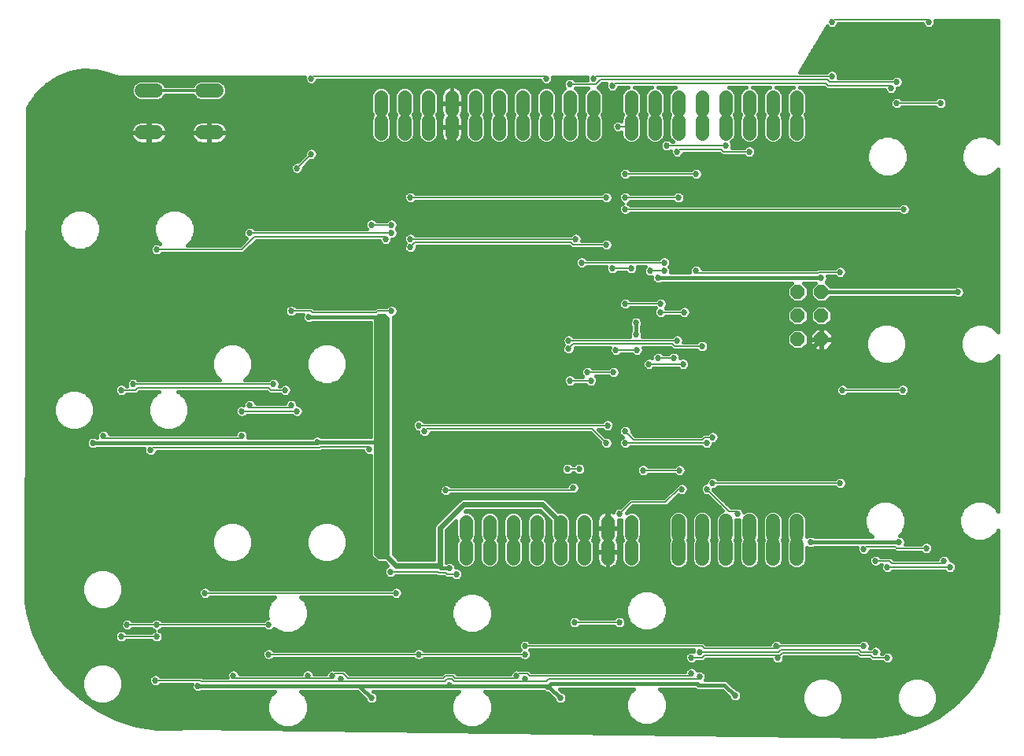
<source format=gbl>
G75*
%MOIN*%
%OFA0B0*%
%FSLAX24Y24*%
%IPPOS*%
%LPD*%
%AMOC8*
5,1,8,0,0,1.08239X$1,22.5*
%
%ADD10C,0.0561*%
%ADD11C,0.0600*%
%ADD12OC8,0.0610*%
%ADD13C,0.0240*%
%ADD14C,0.0660*%
%ADD15OC8,0.0669*%
%ADD16C,0.0180*%
%ADD17C,0.0270*%
%ADD18C,0.0120*%
%ADD19C,0.0060*%
%ADD20C,0.0400*%
%ADD21C,0.0160*%
D10*
X020986Y011749D02*
X020986Y012311D01*
X020986Y012749D02*
X020986Y013311D01*
X021986Y013311D02*
X021986Y012749D01*
X021986Y012311D02*
X021986Y011749D01*
X022986Y011749D02*
X022986Y012311D01*
X022986Y012749D02*
X022986Y013311D01*
X023986Y013311D02*
X023986Y012749D01*
X023986Y012311D02*
X023986Y011749D01*
X024986Y011749D02*
X024986Y012311D01*
X024986Y012749D02*
X024986Y013311D01*
X025986Y013311D02*
X025986Y012749D01*
X025986Y012311D02*
X025986Y011749D01*
X026986Y011749D02*
X026986Y012311D01*
X026986Y012749D02*
X026986Y013311D01*
X027986Y013311D02*
X027986Y012749D01*
X027986Y012311D02*
X027986Y011749D01*
X027986Y029749D02*
X027986Y030311D01*
X027986Y030749D02*
X027986Y031311D01*
X028986Y031311D02*
X028986Y030749D01*
X028986Y030311D02*
X028986Y029749D01*
X029986Y029749D02*
X029986Y030311D01*
X029986Y030749D02*
X029986Y031311D01*
X030986Y031311D02*
X030986Y030749D01*
X030986Y030311D02*
X030986Y029749D01*
X031986Y029749D02*
X031986Y030311D01*
X031986Y030749D02*
X031986Y031311D01*
X032986Y031311D02*
X032986Y030749D01*
X032986Y030311D02*
X032986Y029749D01*
X033986Y029749D02*
X033986Y030311D01*
X033986Y030749D02*
X033986Y031311D01*
X034986Y031311D02*
X034986Y030749D01*
X034986Y030311D02*
X034986Y029749D01*
X026386Y029749D02*
X026386Y030311D01*
X026386Y030749D02*
X026386Y031311D01*
X025386Y031311D02*
X025386Y030749D01*
X025386Y030311D02*
X025386Y029749D01*
X024386Y029749D02*
X024386Y030311D01*
X024386Y030749D02*
X024386Y031311D01*
X023386Y031311D02*
X023386Y030749D01*
X023386Y030311D02*
X023386Y029749D01*
X022386Y029749D02*
X022386Y030311D01*
X022386Y030749D02*
X022386Y031311D01*
X021386Y031311D02*
X021386Y030749D01*
X021386Y030311D02*
X021386Y029749D01*
X020386Y029749D02*
X020386Y030311D01*
X020386Y030749D02*
X020386Y031311D01*
X019386Y031311D02*
X019386Y030749D01*
X019386Y030311D02*
X019386Y029749D01*
X018386Y029749D02*
X018386Y030311D01*
X018386Y030749D02*
X018386Y031311D01*
X017386Y031311D02*
X017386Y030749D01*
X017386Y030311D02*
X017386Y029749D01*
D11*
X010416Y029790D02*
X009816Y029790D01*
X007856Y029790D02*
X007256Y029790D01*
X007256Y031570D02*
X007856Y031570D01*
X009816Y031570D02*
X010416Y031570D01*
X029986Y013330D02*
X029986Y012730D01*
X029986Y012330D02*
X029986Y011730D01*
X030986Y011730D02*
X030986Y012330D01*
X030986Y012730D02*
X030986Y013330D01*
X031986Y013330D02*
X031986Y012730D01*
X031986Y012330D02*
X031986Y011730D01*
X032986Y011730D02*
X032986Y012330D01*
X032986Y012730D02*
X032986Y013330D01*
X033986Y013330D02*
X033986Y012730D01*
X033986Y012330D02*
X033986Y011730D01*
X034986Y011730D02*
X034986Y012330D01*
X034986Y012730D02*
X034986Y013330D01*
D12*
X035036Y021030D03*
X035036Y022030D03*
X036036Y022030D03*
X036036Y021030D03*
X036036Y023030D03*
X035036Y023030D03*
D13*
X036036Y021030D02*
X029386Y014380D01*
X026986Y014380D01*
X026986Y013030D01*
X026986Y012030D01*
X025986Y012030D02*
X025986Y013030D01*
X024986Y013030D02*
X024986Y013280D01*
X024236Y014030D01*
X020886Y014030D01*
X019886Y013030D01*
X019886Y011430D01*
X018036Y011430D01*
X017436Y012030D01*
X019986Y014030D02*
X020336Y014380D01*
X026986Y014380D01*
X027986Y013030D02*
X027986Y012030D01*
X029986Y012030D02*
X029986Y013030D01*
X030986Y013030D02*
X030986Y012030D01*
X031986Y012030D02*
X031986Y013030D01*
X032986Y013030D02*
X032986Y012030D01*
X033986Y012030D02*
X033986Y013030D01*
X034986Y013030D02*
X034986Y012030D01*
X024986Y012030D02*
X024986Y013030D01*
X023986Y013030D02*
X023986Y012030D01*
X022986Y012030D02*
X022986Y013030D01*
X021986Y013030D02*
X021986Y012030D01*
X020986Y012030D02*
X020986Y013030D01*
X021386Y030030D02*
X021386Y031030D01*
X020386Y031030D02*
X020386Y030030D01*
X019386Y030030D02*
X019386Y031030D01*
X018386Y031030D02*
X018386Y030030D01*
X017386Y030030D02*
X017386Y031030D01*
X022386Y031030D02*
X022386Y030030D01*
X023386Y030030D02*
X023386Y031030D01*
X024386Y031030D02*
X024386Y030030D01*
X025386Y030030D02*
X025386Y031030D01*
X026386Y031030D02*
X026386Y030030D01*
X027986Y030030D02*
X027986Y031030D01*
X028986Y031030D02*
X028986Y030030D01*
X029986Y030030D02*
X029986Y031030D01*
X030986Y031030D02*
X030986Y030030D01*
X031986Y030030D02*
X031986Y031030D01*
X032986Y031030D02*
X032986Y030030D01*
X033986Y030030D02*
X033986Y031030D01*
X034986Y031030D02*
X034986Y030030D01*
D14*
X018436Y021780D02*
X018436Y012030D01*
X017436Y012030D02*
X017436Y016680D01*
X017436Y021780D01*
D15*
X017436Y021780D03*
X017436Y021030D03*
X018436Y021030D03*
X018436Y021780D03*
X018436Y020030D03*
X017436Y020030D03*
X017436Y019030D03*
X018436Y019030D03*
X018436Y018030D03*
X017436Y018030D03*
X017436Y017030D03*
X017436Y016030D03*
X018436Y016030D03*
X018436Y017030D03*
X018436Y015030D03*
X017436Y015030D03*
X017436Y014030D03*
X017436Y013030D03*
X018436Y013030D03*
X018436Y014030D03*
X019986Y014030D03*
X018436Y012030D03*
X017436Y012030D03*
D16*
X019886Y011430D02*
X019936Y011330D01*
X020286Y011330D01*
X020286Y006380D02*
X020286Y006330D01*
X024386Y006330D01*
X024436Y006280D01*
X024536Y006280D01*
X024486Y006330D01*
X024586Y006430D01*
X030786Y006430D01*
X030836Y006380D01*
X031936Y006380D01*
X032386Y005930D01*
X024986Y005830D02*
X024536Y006280D01*
X020286Y006330D02*
X016586Y006330D01*
X016536Y006280D01*
X016486Y006330D01*
X009636Y006330D01*
X016536Y006280D02*
X016986Y005830D01*
X017436Y016680D02*
X014686Y016680D01*
X014636Y016630D01*
X005186Y016630D01*
X014336Y021980D02*
X017186Y021980D01*
X017436Y021780D01*
X028186Y021730D02*
X028186Y021230D01*
X029136Y023630D02*
X036036Y023630D01*
X036036Y023030D02*
X041836Y023030D01*
X039336Y012430D02*
X035586Y012430D01*
D17*
X035586Y012430D03*
X037836Y012130D03*
X038336Y011630D03*
X038836Y011380D03*
X039336Y012430D03*
X040486Y012180D03*
X041236Y011630D03*
X041486Y011380D03*
X037836Y008030D03*
X038336Y007780D03*
X038836Y007530D03*
X034186Y007530D03*
X034136Y008030D03*
X032386Y005930D03*
X030886Y006730D03*
X030536Y006880D03*
X030536Y007530D03*
X030886Y007780D03*
X027486Y009030D03*
X025586Y009030D03*
X023486Y008030D03*
X023486Y007680D03*
X023136Y006780D03*
X023486Y006630D03*
X024986Y005830D03*
X020286Y006380D03*
X018986Y007680D03*
X016986Y005830D03*
X015686Y006630D03*
X015336Y006780D03*
X014286Y006780D03*
X012636Y007680D03*
X012636Y008930D03*
X011136Y006780D03*
X009636Y006330D03*
X007836Y006580D03*
X007886Y008430D03*
X007886Y008930D03*
X006636Y008930D03*
X006386Y008430D03*
X009936Y010280D03*
X007636Y016330D03*
X005636Y016930D03*
X005186Y016630D03*
X006386Y018880D03*
X006886Y019130D03*
X011486Y017980D03*
X011836Y018230D03*
X012836Y019130D03*
X013336Y018880D03*
X013586Y018230D03*
X013836Y017980D03*
X014686Y016680D03*
X016886Y016380D03*
X018986Y017380D03*
X019236Y017130D03*
X020136Y014630D03*
X020286Y011330D03*
X020586Y011080D03*
X018036Y010280D03*
X017786Y011180D03*
X011486Y016930D03*
X014336Y021980D03*
X013586Y022230D03*
X017586Y025280D03*
X017836Y025530D03*
X017836Y025880D03*
X016986Y025880D03*
X018636Y025280D03*
X018636Y024930D03*
X018636Y027030D03*
X014436Y028880D03*
X013836Y028280D03*
X011836Y025530D03*
X007886Y024830D03*
X014436Y032080D03*
X024386Y032080D03*
X025386Y031830D03*
X026386Y032080D03*
X027186Y031780D03*
X027436Y030030D03*
X029486Y029230D03*
X029936Y028980D03*
X030736Y028030D03*
X029986Y027030D03*
X027736Y027030D03*
X027736Y026530D03*
X026936Y027030D03*
X027736Y028030D03*
X025636Y025280D03*
X025886Y024280D03*
X026936Y025030D03*
X027186Y024030D03*
X027986Y024030D03*
X028786Y023930D03*
X029136Y023630D03*
X029386Y023930D03*
X029386Y024280D03*
X030736Y023930D03*
X029236Y022530D03*
X029236Y022180D03*
X030236Y022180D03*
X029936Y020980D03*
X029786Y020230D03*
X030186Y019980D03*
X029136Y020230D03*
X028736Y019980D03*
X028236Y020580D03*
X028186Y021230D03*
X028186Y021730D03*
X027736Y022530D03*
X027336Y020580D03*
X027236Y019630D03*
X026286Y019280D03*
X026136Y019630D03*
X025386Y019280D03*
X025336Y020630D03*
X025336Y020980D03*
X026986Y017380D03*
X026936Y016630D03*
X027736Y016630D03*
X027736Y017130D03*
X028486Y015480D03*
X030036Y015480D03*
X030136Y014680D03*
X031186Y014680D03*
X031436Y014930D03*
X032486Y013630D03*
X031186Y016630D03*
X031436Y016880D03*
X027486Y013630D03*
X025536Y014730D03*
X025286Y015530D03*
X025786Y015530D03*
X030986Y020730D03*
X036036Y023630D03*
X036836Y023880D03*
X039536Y026530D03*
X041836Y023030D03*
X039486Y018880D03*
X036936Y018880D03*
X036836Y014930D03*
X032986Y028980D03*
X031986Y029230D03*
X036486Y032180D03*
X038986Y031680D03*
X039236Y031930D03*
X039236Y031030D03*
X041086Y031030D03*
X040586Y034480D03*
X036486Y034480D03*
X017836Y022230D03*
D18*
X010116Y031570D02*
X007556Y031570D01*
D19*
X013836Y028280D02*
X014436Y028880D01*
X016986Y025880D02*
X017836Y025880D01*
X017836Y025530D02*
X011836Y025530D01*
X012036Y025380D02*
X011486Y024830D01*
X007886Y024830D01*
X012036Y025380D02*
X017486Y025380D01*
X017586Y025280D01*
X018636Y025280D02*
X025636Y025280D01*
X025436Y025130D02*
X018836Y025130D01*
X018636Y024930D01*
X018636Y027030D02*
X026936Y027030D01*
X027736Y027030D02*
X029986Y027030D01*
X030736Y028030D02*
X027736Y028030D01*
X029486Y029230D02*
X031986Y029230D01*
X031786Y029080D02*
X031886Y028980D01*
X032986Y028980D01*
X031786Y029080D02*
X030036Y029080D01*
X029936Y028980D01*
X027986Y030030D02*
X027436Y030030D01*
X027186Y031780D02*
X027286Y031880D01*
X036236Y031880D01*
X036336Y031780D01*
X038886Y031780D01*
X038986Y031680D01*
X039236Y031930D02*
X036386Y031930D01*
X036286Y032030D01*
X026686Y032030D01*
X026486Y031830D01*
X025386Y031830D01*
X024386Y032080D02*
X024286Y032180D01*
X014536Y032180D01*
X014436Y032080D01*
X025436Y025130D02*
X025536Y025030D01*
X026936Y025030D01*
X027186Y024030D02*
X027986Y024030D01*
X028786Y023930D02*
X029386Y023930D01*
X029386Y024280D02*
X025886Y024280D01*
X027736Y022530D02*
X029236Y022530D01*
X029236Y022180D02*
X030236Y022180D01*
X029936Y020980D02*
X025336Y020980D01*
X025536Y020830D02*
X029736Y020830D01*
X029836Y020730D01*
X030986Y020730D01*
X030186Y019980D02*
X028736Y019980D01*
X029136Y020230D02*
X029786Y020230D01*
X028236Y020580D02*
X027336Y020580D01*
X027236Y019630D02*
X026136Y019630D01*
X026286Y019280D02*
X025386Y019280D01*
X025336Y020630D02*
X025536Y020830D01*
X026336Y017230D02*
X019336Y017230D01*
X019236Y017130D01*
X018986Y017380D02*
X026986Y017380D01*
X026336Y017230D02*
X026936Y016630D01*
X027736Y016630D02*
X031186Y016630D01*
X030986Y016780D02*
X031086Y016880D01*
X031436Y016880D01*
X030986Y016780D02*
X028086Y016780D01*
X027736Y017130D01*
X028486Y015480D02*
X030036Y015480D01*
X029986Y014680D02*
X029436Y014130D01*
X027986Y014130D01*
X027486Y013630D01*
X025536Y014730D02*
X025436Y014630D01*
X020136Y014630D01*
X016886Y016380D02*
X016786Y016480D01*
X014836Y016480D01*
X014786Y016430D01*
X007736Y016430D01*
X007636Y016330D01*
X005736Y016830D02*
X011386Y016830D01*
X011486Y016930D01*
X011486Y017980D02*
X013836Y017980D01*
X013586Y018230D02*
X013486Y018130D01*
X011936Y018130D01*
X011836Y018230D01*
X012636Y018980D02*
X007086Y018980D01*
X006986Y018880D01*
X006386Y018880D01*
X006886Y019130D02*
X012836Y019130D01*
X012636Y018980D02*
X012736Y018880D01*
X013336Y018880D01*
X013586Y022230D02*
X014436Y022230D01*
X014486Y022180D01*
X017186Y022180D01*
X017236Y022230D01*
X017836Y022230D01*
X025286Y015530D02*
X025786Y015530D01*
X029986Y014680D02*
X030136Y014680D01*
X031186Y014680D02*
X032136Y013730D01*
X032386Y013730D01*
X032486Y013630D01*
X031436Y014930D02*
X036836Y014930D01*
X037936Y012230D02*
X039186Y012230D01*
X039236Y012180D01*
X040486Y012180D01*
X041136Y011530D02*
X039036Y011530D01*
X038936Y011630D01*
X038336Y011630D01*
X038836Y011380D02*
X041486Y011380D01*
X041236Y011630D02*
X041136Y011530D01*
X037936Y012230D02*
X037836Y012130D01*
X037836Y008030D02*
X034286Y008030D01*
X034186Y007930D01*
X031086Y007930D01*
X030986Y008030D01*
X023486Y008030D01*
X023486Y007680D02*
X018986Y007680D01*
X012636Y007680D01*
X012636Y008930D02*
X007886Y008930D01*
X006636Y008930D01*
X006386Y008430D02*
X007886Y008430D01*
X007836Y006580D02*
X009736Y006580D01*
X009786Y006530D01*
X015586Y006530D01*
X020086Y006530D01*
X020186Y006630D01*
X020386Y006630D01*
X020486Y006530D01*
X023386Y006530D01*
X024386Y006530D01*
X024486Y006630D01*
X030786Y006630D01*
X030886Y006730D01*
X030536Y006880D02*
X030436Y006780D01*
X023686Y006780D01*
X023586Y006880D01*
X023236Y006880D01*
X023136Y006780D01*
X023036Y006680D01*
X020536Y006680D01*
X020436Y006780D01*
X020136Y006780D01*
X020036Y006680D01*
X015986Y006680D01*
X015786Y006880D01*
X015436Y006880D01*
X015336Y006780D01*
X015236Y006680D01*
X014286Y006680D01*
X014286Y006780D01*
X014286Y006680D02*
X011236Y006680D01*
X011136Y006780D01*
X015586Y006530D02*
X015686Y006630D01*
X018036Y010280D02*
X009936Y010280D01*
X005736Y016830D02*
X005636Y016930D01*
X017786Y011180D02*
X019786Y011180D01*
X019836Y011130D01*
X020136Y011130D01*
X020186Y011080D01*
X020586Y011080D01*
X025586Y009030D02*
X027486Y009030D01*
X030536Y007530D02*
X030986Y007530D01*
X031086Y007630D01*
X034286Y007630D01*
X034186Y007530D01*
X034286Y007630D02*
X034386Y007730D01*
X037586Y007730D01*
X037686Y007630D01*
X038136Y007630D01*
X038236Y007530D01*
X038836Y007530D01*
X038336Y007780D02*
X037736Y007780D01*
X037636Y007880D01*
X034336Y007880D01*
X034236Y007780D01*
X030886Y007780D01*
X034136Y008030D02*
X034286Y008030D01*
X023486Y006630D02*
X023386Y006530D01*
X036936Y018880D02*
X039486Y018880D01*
X036836Y023880D02*
X035936Y023880D01*
X035886Y023830D01*
X030836Y023830D01*
X030736Y023930D01*
X027736Y026530D02*
X039536Y026530D01*
X039236Y031030D02*
X041086Y031030D01*
X040586Y034480D02*
X040486Y034580D01*
X036586Y034580D01*
X036486Y034480D01*
X036486Y032180D02*
X026486Y032180D01*
X026386Y032080D01*
D20*
X020386Y030030D02*
X020386Y029430D01*
X019986Y029030D01*
X018986Y029030D01*
X018236Y022030D02*
X018386Y021780D01*
X018436Y021780D01*
D21*
X006187Y004948D02*
X005398Y005329D01*
X004672Y005818D01*
X004023Y006405D01*
X003464Y007079D01*
X003007Y007826D01*
X002661Y008630D01*
X002433Y009475D01*
X002366Y009894D01*
X002416Y030819D01*
X002517Y031017D01*
X002838Y031465D01*
X003241Y031842D01*
X003241Y031842D01*
X003709Y032134D01*
X004225Y032329D01*
X004769Y032419D01*
X005321Y032401D01*
X005858Y032276D01*
X006107Y032178D01*
X006119Y032173D01*
X006165Y032152D01*
X006170Y032152D01*
X006174Y032150D01*
X006226Y032150D01*
X006277Y032148D01*
X006281Y032150D01*
X014168Y032150D01*
X014161Y032135D01*
X014161Y032025D01*
X014203Y031924D01*
X014281Y031847D01*
X014382Y031805D01*
X014491Y031805D01*
X014592Y031847D01*
X014669Y031924D01*
X014705Y032010D01*
X024118Y032010D01*
X024153Y031924D01*
X024231Y031847D01*
X024332Y031805D01*
X024441Y031805D01*
X024542Y031847D01*
X024619Y031924D01*
X024661Y032025D01*
X024661Y032135D01*
X024655Y032150D01*
X026118Y032150D01*
X026111Y032135D01*
X026111Y032025D01*
X026122Y032000D01*
X025605Y032000D01*
X025542Y032063D01*
X025441Y032105D01*
X025332Y032105D01*
X025231Y032063D01*
X025153Y031986D01*
X025111Y031885D01*
X025111Y031775D01*
X025153Y031674D01*
X025157Y031671D01*
X025148Y031667D01*
X025030Y031549D01*
X024966Y031394D01*
X024966Y030666D01*
X025022Y030530D01*
X024966Y030394D01*
X024966Y029666D01*
X025030Y029511D01*
X025148Y029393D01*
X025303Y029329D01*
X025470Y029329D01*
X025624Y029393D01*
X025743Y029511D01*
X025807Y029666D01*
X025807Y030394D01*
X025751Y030530D01*
X025807Y030666D01*
X025807Y031394D01*
X025743Y031549D01*
X025632Y031660D01*
X026141Y031660D01*
X026030Y031549D01*
X025966Y031394D01*
X025966Y030666D01*
X026022Y030530D01*
X025966Y030394D01*
X025966Y029666D01*
X026030Y029511D01*
X026148Y029393D01*
X026303Y029329D01*
X026470Y029329D01*
X026624Y029393D01*
X026743Y029511D01*
X026807Y029666D01*
X026807Y030394D01*
X026751Y030530D01*
X026807Y030666D01*
X026807Y031394D01*
X026743Y031549D01*
X026624Y031667D01*
X026582Y031685D01*
X026757Y031860D01*
X026922Y031860D01*
X026911Y031835D01*
X026911Y031725D01*
X026953Y031624D01*
X027031Y031547D01*
X027132Y031505D01*
X027241Y031505D01*
X027342Y031547D01*
X027419Y031624D01*
X027455Y031710D01*
X027852Y031710D01*
X027748Y031667D01*
X027630Y031549D01*
X027566Y031394D01*
X027566Y030666D01*
X027622Y030530D01*
X027566Y030394D01*
X027566Y030274D01*
X027491Y030305D01*
X027382Y030305D01*
X027281Y030263D01*
X027203Y030186D01*
X027161Y030085D01*
X027161Y029975D01*
X027203Y029874D01*
X027281Y029797D01*
X027382Y029755D01*
X027491Y029755D01*
X027566Y029786D01*
X027566Y029666D01*
X027630Y029511D01*
X027748Y029393D01*
X027903Y029329D01*
X028070Y029329D01*
X028224Y029393D01*
X028343Y029511D01*
X028407Y029666D01*
X028407Y030394D01*
X028351Y030530D01*
X028407Y030666D01*
X028407Y031394D01*
X028343Y031549D01*
X028224Y031667D01*
X028121Y031710D01*
X028852Y031710D01*
X028748Y031667D01*
X028630Y031549D01*
X028566Y031394D01*
X028566Y030666D01*
X028622Y030530D01*
X028566Y030394D01*
X028566Y029666D01*
X028630Y029511D01*
X028748Y029393D01*
X028903Y029329D01*
X029070Y029329D01*
X029224Y029393D01*
X029343Y029511D01*
X029407Y029666D01*
X029407Y030394D01*
X029351Y030530D01*
X029407Y030666D01*
X029407Y031394D01*
X029343Y031549D01*
X029224Y031667D01*
X029121Y031710D01*
X029852Y031710D01*
X029748Y031667D01*
X029630Y031549D01*
X029566Y031394D01*
X029566Y030666D01*
X029622Y030530D01*
X029566Y030394D01*
X029566Y029666D01*
X029630Y029511D01*
X029741Y029400D01*
X029705Y029400D01*
X029642Y029463D01*
X029541Y029505D01*
X029432Y029505D01*
X029331Y029463D01*
X029253Y029386D01*
X029211Y029285D01*
X029211Y029175D01*
X029253Y029074D01*
X029331Y028997D01*
X029432Y028955D01*
X029541Y028955D01*
X029642Y028997D01*
X029661Y029016D01*
X029661Y028925D01*
X029703Y028824D01*
X029781Y028747D01*
X029882Y028705D01*
X029991Y028705D01*
X030092Y028747D01*
X030169Y028824D01*
X030205Y028910D01*
X031716Y028910D01*
X031716Y028910D01*
X031816Y028810D01*
X032767Y028810D01*
X032831Y028747D01*
X032932Y028705D01*
X033041Y028705D01*
X033142Y028747D01*
X033219Y028824D01*
X033261Y028925D01*
X033261Y029035D01*
X033219Y029136D01*
X033142Y029213D01*
X033041Y029255D01*
X032932Y029255D01*
X032831Y029213D01*
X032767Y029150D01*
X032251Y029150D01*
X032261Y029175D01*
X032261Y029285D01*
X032219Y029386D01*
X032216Y029389D01*
X032224Y029393D01*
X032343Y029511D01*
X032407Y029666D01*
X032407Y030394D01*
X032351Y030530D01*
X032407Y030666D01*
X032407Y031394D01*
X032343Y031549D01*
X032224Y031667D01*
X032121Y031710D01*
X032852Y031710D01*
X032748Y031667D01*
X032630Y031549D01*
X032566Y031394D01*
X032566Y030666D01*
X032622Y030530D01*
X032566Y030394D01*
X032566Y029666D01*
X032630Y029511D01*
X032748Y029393D01*
X032903Y029329D01*
X033070Y029329D01*
X033224Y029393D01*
X033343Y029511D01*
X033407Y029666D01*
X033407Y030394D01*
X033351Y030530D01*
X033407Y030666D01*
X033407Y031394D01*
X033343Y031549D01*
X033224Y031667D01*
X033121Y031710D01*
X033852Y031710D01*
X033748Y031667D01*
X033630Y031549D01*
X033566Y031394D01*
X033566Y030666D01*
X033622Y030530D01*
X033566Y030394D01*
X033566Y029666D01*
X033630Y029511D01*
X033748Y029393D01*
X033903Y029329D01*
X034070Y029329D01*
X034224Y029393D01*
X034343Y029511D01*
X034407Y029666D01*
X034407Y030394D01*
X034351Y030530D01*
X034407Y030666D01*
X034407Y031394D01*
X034343Y031549D01*
X034224Y031667D01*
X034121Y031710D01*
X034852Y031710D01*
X034748Y031667D01*
X034630Y031549D01*
X034566Y031394D01*
X034566Y030666D01*
X034622Y030530D01*
X034566Y030394D01*
X034566Y029666D01*
X034630Y029511D01*
X034748Y029393D01*
X034903Y029329D01*
X035070Y029329D01*
X035224Y029393D01*
X035343Y029511D01*
X035407Y029666D01*
X035407Y030394D01*
X035351Y030530D01*
X035407Y030666D01*
X035407Y031394D01*
X035343Y031549D01*
X035224Y031667D01*
X035121Y031710D01*
X036166Y031710D01*
X036266Y031610D01*
X038718Y031610D01*
X038753Y031524D01*
X038831Y031447D01*
X038932Y031405D01*
X039041Y031405D01*
X039142Y031447D01*
X039219Y031524D01*
X039261Y031625D01*
X039261Y031655D01*
X039291Y031655D01*
X039392Y031697D01*
X039469Y031774D01*
X039511Y031875D01*
X039511Y031985D01*
X039469Y032086D01*
X039392Y032163D01*
X039291Y032205D01*
X039182Y032205D01*
X039081Y032163D01*
X039017Y032100D01*
X036751Y032100D01*
X036761Y032125D01*
X036761Y032235D01*
X036719Y032336D01*
X036642Y032413D01*
X036541Y032455D01*
X036432Y032455D01*
X036331Y032413D01*
X036267Y032350D01*
X035115Y032350D01*
X036287Y034290D01*
X036331Y034247D01*
X036432Y034205D01*
X036541Y034205D01*
X036642Y034247D01*
X036719Y034324D01*
X036755Y034410D01*
X040318Y034410D01*
X040353Y034324D01*
X040431Y034247D01*
X040532Y034205D01*
X040641Y034205D01*
X040742Y034247D01*
X040819Y034324D01*
X040861Y034425D01*
X040861Y034535D01*
X040855Y034550D01*
X043506Y034550D01*
X043506Y029342D01*
X043329Y029520D01*
X043009Y029652D01*
X042663Y029652D01*
X042344Y029520D01*
X042099Y029275D01*
X041967Y028955D01*
X041967Y028609D01*
X042099Y028290D01*
X042344Y028045D01*
X042663Y027913D01*
X043009Y027913D01*
X043329Y028045D01*
X043506Y028222D01*
X043506Y021342D01*
X043279Y021570D01*
X042959Y021702D01*
X042613Y021702D01*
X042294Y021570D01*
X042049Y021325D01*
X041917Y021005D01*
X041917Y020659D01*
X042049Y020340D01*
X042294Y020095D01*
X042613Y019963D01*
X042959Y019963D01*
X043279Y020095D01*
X043506Y020322D01*
X043506Y013746D01*
X043474Y013825D01*
X043229Y014070D01*
X042909Y014202D01*
X042563Y014202D01*
X042244Y014070D01*
X041999Y013825D01*
X041867Y013505D01*
X041867Y013159D01*
X041999Y012840D01*
X042244Y012595D01*
X042563Y012463D01*
X042909Y012463D01*
X043229Y012595D01*
X043474Y012840D01*
X043506Y012919D01*
X043506Y009574D01*
X043490Y009153D01*
X043358Y008322D01*
X043098Y007521D01*
X042716Y006771D01*
X042221Y006090D01*
X041626Y005495D01*
X040945Y005000D01*
X040195Y004618D01*
X039395Y004358D01*
X038563Y004227D01*
X038143Y004210D01*
X009270Y004560D01*
X009251Y004565D01*
X009215Y004560D01*
X009178Y004561D01*
X009164Y004555D01*
X008760Y004521D01*
X007885Y004540D01*
X007021Y004683D01*
X006187Y004948D01*
X006376Y004887D02*
X012751Y004887D01*
X012701Y004937D02*
X012946Y004693D01*
X013266Y004560D01*
X013612Y004560D01*
X013931Y004693D01*
X014176Y004937D01*
X014308Y005257D01*
X014308Y005603D01*
X014176Y005923D01*
X013999Y006100D01*
X016391Y006100D01*
X016441Y006050D01*
X016441Y006050D01*
X016711Y005780D01*
X016711Y005775D01*
X016753Y005674D01*
X016831Y005597D01*
X016932Y005555D01*
X017041Y005555D01*
X017142Y005597D01*
X017219Y005674D01*
X017261Y005775D01*
X017261Y005885D01*
X017219Y005986D01*
X017142Y006063D01*
X017053Y006100D01*
X020679Y006100D01*
X020501Y005923D01*
X020369Y005603D01*
X020369Y005257D01*
X020501Y004937D01*
X020746Y004693D01*
X021066Y004560D01*
X021412Y004560D01*
X021731Y004693D01*
X021976Y004937D01*
X022108Y005257D01*
X022108Y005603D01*
X021976Y005923D01*
X021799Y006100D01*
X024291Y006100D01*
X024341Y006050D01*
X024441Y006050D01*
X024711Y005780D01*
X024711Y005775D01*
X024753Y005674D01*
X024831Y005597D01*
X024932Y005555D01*
X025041Y005555D01*
X025142Y005597D01*
X025219Y005674D01*
X025261Y005775D01*
X025261Y005885D01*
X025219Y005986D01*
X025142Y006063D01*
X025041Y006105D01*
X025037Y006105D01*
X024942Y006200D01*
X028079Y006200D01*
X027901Y006023D01*
X027769Y005703D01*
X027769Y005357D01*
X027901Y005037D01*
X028146Y004793D01*
X028466Y004660D01*
X028812Y004660D01*
X029131Y004793D01*
X029376Y005037D01*
X029508Y005357D01*
X029508Y005703D01*
X029376Y006023D01*
X029199Y006200D01*
X030691Y006200D01*
X030741Y006150D01*
X031841Y006150D01*
X032111Y005880D01*
X032111Y005875D01*
X032153Y005774D01*
X032231Y005697D01*
X032332Y005655D01*
X032441Y005655D01*
X032542Y005697D01*
X032619Y005774D01*
X032661Y005875D01*
X032661Y005985D01*
X032619Y006086D01*
X032542Y006163D01*
X032441Y006205D01*
X032437Y006205D01*
X032166Y006475D01*
X032032Y006610D01*
X031134Y006610D01*
X031161Y006675D01*
X031161Y006785D01*
X031119Y006886D01*
X031042Y006963D01*
X030941Y007005D01*
X030832Y007005D01*
X030789Y006988D01*
X030769Y007036D01*
X030692Y007113D01*
X030591Y007155D01*
X030482Y007155D01*
X030381Y007113D01*
X030303Y007036D01*
X030268Y006950D01*
X023757Y006950D01*
X023756Y006950D01*
X023657Y007050D01*
X023203Y007050D01*
X023191Y007055D01*
X023082Y007055D01*
X022981Y007013D01*
X022903Y006936D01*
X022868Y006850D01*
X020607Y006850D01*
X020606Y006850D01*
X020507Y006950D01*
X020066Y006950D01*
X019966Y006850D01*
X016057Y006850D01*
X015956Y006950D01*
X015857Y007050D01*
X015403Y007050D01*
X015391Y007055D01*
X015282Y007055D01*
X015181Y007013D01*
X015103Y006936D01*
X015068Y006850D01*
X014555Y006850D01*
X014519Y006936D01*
X014442Y007013D01*
X014341Y007055D01*
X014232Y007055D01*
X014131Y007013D01*
X014053Y006936D01*
X014018Y006850D01*
X011405Y006850D01*
X011369Y006936D01*
X011292Y007013D01*
X011191Y007055D01*
X011082Y007055D01*
X010981Y007013D01*
X010903Y006936D01*
X010861Y006835D01*
X010861Y006725D01*
X010872Y006700D01*
X009857Y006700D01*
X009807Y006750D01*
X008055Y006750D01*
X007992Y006813D01*
X007891Y006855D01*
X007782Y006855D01*
X007681Y006813D01*
X007603Y006736D01*
X007561Y006635D01*
X007561Y006525D01*
X007603Y006424D01*
X007681Y006347D01*
X007782Y006305D01*
X007891Y006305D01*
X007992Y006347D01*
X008055Y006410D01*
X009372Y006410D01*
X009361Y006385D01*
X009361Y006275D01*
X009403Y006174D01*
X009481Y006097D01*
X009582Y006055D01*
X009691Y006055D01*
X009792Y006097D01*
X009795Y006100D01*
X012879Y006100D01*
X012701Y005923D01*
X012569Y005603D01*
X012569Y005257D01*
X012701Y004937D01*
X012656Y005046D02*
X005983Y005046D01*
X005655Y005204D02*
X012591Y005204D01*
X012569Y005363D02*
X005347Y005363D01*
X005416Y005560D02*
X005762Y005560D01*
X006081Y005693D01*
X006326Y005937D01*
X006458Y006257D01*
X006458Y006603D01*
X006326Y006923D01*
X006081Y007167D01*
X005762Y007300D01*
X005416Y007300D01*
X005096Y007167D01*
X004851Y006923D01*
X004719Y006603D01*
X004719Y006257D01*
X004851Y005937D01*
X005096Y005693D01*
X005416Y005560D01*
X005112Y005521D02*
X012569Y005521D01*
X012601Y005680D02*
X006051Y005680D01*
X006227Y005839D02*
X012666Y005839D01*
X012776Y005997D02*
X006351Y005997D01*
X006416Y006156D02*
X009422Y006156D01*
X009361Y006314D02*
X007913Y006314D01*
X007760Y006314D02*
X006458Y006314D01*
X006458Y006473D02*
X007583Y006473D01*
X007561Y006631D02*
X006447Y006631D01*
X006381Y006790D02*
X007657Y006790D01*
X008016Y006790D02*
X010861Y006790D01*
X010915Y006948D02*
X006301Y006948D01*
X006142Y007107D02*
X030374Y007107D01*
X030457Y007265D02*
X005846Y007265D01*
X005332Y007265D02*
X003351Y007265D01*
X003448Y007107D02*
X005035Y007107D01*
X004877Y006948D02*
X003573Y006948D01*
X003705Y006790D02*
X004796Y006790D01*
X004730Y006631D02*
X003836Y006631D01*
X003968Y006473D02*
X004719Y006473D01*
X004719Y006314D02*
X004124Y006314D01*
X004299Y006156D02*
X004761Y006156D01*
X004827Y005997D02*
X004474Y005997D01*
X004649Y005839D02*
X004950Y005839D01*
X004877Y005680D02*
X005127Y005680D01*
X006876Y004729D02*
X012910Y004729D01*
X013241Y004570D02*
X007698Y004570D01*
X011357Y006948D02*
X014065Y006948D01*
X014507Y006948D02*
X015115Y006948D01*
X015959Y006948D02*
X020064Y006948D01*
X020509Y006948D02*
X022915Y006948D01*
X023331Y007447D02*
X023432Y007405D01*
X023541Y007405D01*
X023642Y007447D01*
X023719Y007524D01*
X023761Y007625D01*
X023761Y007735D01*
X023719Y007836D01*
X023700Y007855D01*
X023705Y007860D01*
X030622Y007860D01*
X030611Y007835D01*
X030611Y007797D01*
X030591Y007805D01*
X030482Y007805D01*
X030381Y007763D01*
X030303Y007686D01*
X030261Y007585D01*
X030261Y007475D01*
X030303Y007374D01*
X030381Y007297D01*
X030482Y007255D01*
X030591Y007255D01*
X030692Y007297D01*
X030755Y007360D01*
X031057Y007360D01*
X031157Y007460D01*
X033918Y007460D01*
X033953Y007374D01*
X034031Y007297D01*
X034132Y007255D01*
X034241Y007255D01*
X034342Y007297D01*
X034419Y007374D01*
X034461Y007475D01*
X034461Y007560D01*
X037516Y007560D01*
X037516Y007560D01*
X037616Y007460D01*
X038066Y007460D01*
X038066Y007460D01*
X038166Y007360D01*
X038617Y007360D01*
X038681Y007297D01*
X038782Y007255D01*
X038891Y007255D01*
X038992Y007297D01*
X039069Y007374D01*
X039111Y007475D01*
X039111Y007585D01*
X039069Y007686D01*
X038992Y007763D01*
X038891Y007805D01*
X038782Y007805D01*
X038681Y007763D01*
X038617Y007700D01*
X038601Y007700D01*
X038611Y007725D01*
X038611Y007835D01*
X038569Y007936D01*
X038492Y008013D01*
X038391Y008055D01*
X038282Y008055D01*
X038181Y008013D01*
X038117Y007950D01*
X038101Y007950D01*
X038111Y007975D01*
X038111Y008085D01*
X038069Y008186D01*
X037992Y008263D01*
X037891Y008305D01*
X037782Y008305D01*
X037681Y008263D01*
X037617Y008200D01*
X034355Y008200D01*
X034292Y008263D01*
X034191Y008305D01*
X034082Y008305D01*
X033981Y008263D01*
X033903Y008186D01*
X033868Y008100D01*
X031157Y008100D01*
X031057Y008200D01*
X023705Y008200D01*
X023642Y008263D01*
X023541Y008305D01*
X023432Y008305D01*
X023331Y008263D01*
X023253Y008186D01*
X023211Y008085D01*
X023211Y007975D01*
X023253Y007874D01*
X023272Y007855D01*
X023267Y007850D01*
X019205Y007850D01*
X019142Y007913D01*
X019041Y007955D01*
X018932Y007955D01*
X018831Y007913D01*
X018767Y007850D01*
X012855Y007850D01*
X012792Y007913D01*
X012691Y007955D01*
X012582Y007955D01*
X012481Y007913D01*
X012403Y007836D01*
X012361Y007735D01*
X012361Y007625D01*
X012403Y007524D01*
X012481Y007447D01*
X012582Y007405D01*
X012691Y007405D01*
X012792Y007447D01*
X012855Y007510D01*
X018767Y007510D01*
X018831Y007447D01*
X018932Y007405D01*
X019041Y007405D01*
X019142Y007447D01*
X019205Y007510D01*
X023267Y007510D01*
X023331Y007447D01*
X023387Y007424D02*
X019086Y007424D01*
X018887Y007424D02*
X012736Y007424D01*
X012537Y007424D02*
X003254Y007424D01*
X003157Y007582D02*
X012379Y007582D01*
X012364Y007741D02*
X003059Y007741D01*
X002976Y007899D02*
X012466Y007899D01*
X012806Y007899D02*
X018816Y007899D01*
X019156Y007899D02*
X023243Y007899D01*
X023211Y008058D02*
X002907Y008058D01*
X002839Y008216D02*
X006211Y008216D01*
X006231Y008197D02*
X006332Y008155D01*
X006441Y008155D01*
X006542Y008197D01*
X006605Y008260D01*
X007667Y008260D01*
X007731Y008197D01*
X007832Y008155D01*
X007941Y008155D01*
X008042Y008197D01*
X008119Y008274D01*
X008161Y008375D01*
X008161Y008485D01*
X008119Y008586D01*
X008042Y008663D01*
X008001Y008680D01*
X008042Y008697D01*
X008105Y008760D01*
X012417Y008760D01*
X012481Y008697D01*
X012582Y008655D01*
X012691Y008655D01*
X012792Y008697D01*
X012867Y008772D01*
X012946Y008693D01*
X013266Y008560D01*
X013612Y008560D01*
X013931Y008693D01*
X014176Y008937D01*
X014308Y009257D01*
X014308Y009603D01*
X014176Y009923D01*
X013989Y010110D01*
X017817Y010110D01*
X017881Y010047D01*
X017982Y010005D01*
X018091Y010005D01*
X018192Y010047D01*
X018269Y010124D01*
X018311Y010225D01*
X018311Y010335D01*
X018269Y010436D01*
X018192Y010513D01*
X018091Y010555D01*
X017982Y010555D01*
X017881Y010513D01*
X017817Y010450D01*
X010155Y010450D01*
X010092Y010513D01*
X009991Y010555D01*
X009882Y010555D01*
X009781Y010513D01*
X009703Y010436D01*
X009661Y010335D01*
X009661Y010225D01*
X009703Y010124D01*
X009781Y010047D01*
X009882Y010005D01*
X009991Y010005D01*
X010092Y010047D01*
X010155Y010110D01*
X012889Y010110D01*
X012701Y009923D01*
X012569Y009603D01*
X012569Y009257D01*
X012590Y009205D01*
X012582Y009205D01*
X012481Y009163D01*
X012417Y009100D01*
X008105Y009100D01*
X008042Y009163D01*
X007941Y009205D01*
X007832Y009205D01*
X007731Y009163D01*
X007667Y009100D01*
X006855Y009100D01*
X006792Y009163D01*
X006691Y009205D01*
X006582Y009205D01*
X006481Y009163D01*
X006403Y009086D01*
X006361Y008985D01*
X006361Y008875D01*
X006403Y008774D01*
X006481Y008697D01*
X006582Y008655D01*
X006691Y008655D01*
X006792Y008697D01*
X006855Y008760D01*
X007667Y008760D01*
X007731Y008697D01*
X007771Y008680D01*
X007731Y008663D01*
X007667Y008600D01*
X006605Y008600D01*
X006542Y008663D01*
X006441Y008705D01*
X006332Y008705D01*
X006231Y008663D01*
X006153Y008586D01*
X006111Y008485D01*
X006111Y008375D01*
X006153Y008274D01*
X006231Y008197D01*
X006112Y008375D02*
X002771Y008375D01*
X002703Y008533D02*
X006131Y008533D01*
X006299Y008692D02*
X002644Y008692D01*
X002601Y008850D02*
X006372Y008850D01*
X006371Y009009D02*
X002559Y009009D01*
X002516Y009167D02*
X006490Y009167D01*
X006783Y009167D02*
X007740Y009167D01*
X008033Y009167D02*
X012490Y009167D01*
X012569Y009326D02*
X002473Y009326D01*
X002431Y009484D02*
X012569Y009484D01*
X012585Y009643D02*
X005960Y009643D01*
X006081Y009693D02*
X006326Y009937D01*
X006458Y010257D01*
X006458Y010603D01*
X006326Y010923D01*
X006081Y011167D01*
X005762Y011300D01*
X005416Y011300D01*
X005096Y011167D01*
X004851Y010923D01*
X004719Y010603D01*
X004719Y010257D01*
X004851Y009937D01*
X005096Y009693D01*
X005416Y009560D01*
X005762Y009560D01*
X006081Y009693D01*
X006190Y009801D02*
X012651Y009801D01*
X012738Y009960D02*
X006335Y009960D01*
X006401Y010118D02*
X009709Y010118D01*
X009661Y010277D02*
X006458Y010277D01*
X006458Y010435D02*
X009703Y010435D01*
X010594Y011695D02*
X010913Y011563D01*
X011259Y011563D01*
X011579Y011695D01*
X011824Y011940D01*
X011956Y012259D01*
X011956Y012605D01*
X011824Y012925D01*
X011579Y013170D01*
X011259Y013302D01*
X010913Y013302D01*
X010594Y013170D01*
X010349Y012925D01*
X010217Y012605D01*
X010217Y012259D01*
X010349Y011940D01*
X010594Y011695D01*
X010586Y011703D02*
X002371Y011703D01*
X002370Y011545D02*
X017554Y011545D01*
X017543Y011555D02*
X017669Y011429D01*
X017631Y011413D01*
X017553Y011336D01*
X017511Y011235D01*
X017511Y011125D01*
X017553Y011024D01*
X017631Y010947D01*
X017732Y010905D01*
X017841Y010905D01*
X017942Y010947D01*
X018005Y011010D01*
X019716Y011010D01*
X019766Y010960D01*
X020066Y010960D01*
X020116Y010910D01*
X020367Y010910D01*
X020431Y010847D01*
X020532Y010805D01*
X020641Y010805D01*
X020742Y010847D01*
X020819Y010924D01*
X020861Y011025D01*
X020861Y011135D01*
X020819Y011236D01*
X020742Y011313D01*
X020641Y011355D01*
X020561Y011355D01*
X020561Y011385D01*
X020519Y011486D01*
X020442Y011563D01*
X020341Y011605D01*
X020232Y011605D01*
X020146Y011570D01*
X020146Y012922D01*
X020566Y013342D01*
X020566Y012666D01*
X020622Y012530D01*
X020566Y012394D01*
X020566Y011666D01*
X020630Y011511D01*
X020748Y011393D01*
X020903Y011329D01*
X021070Y011329D01*
X021224Y011393D01*
X021343Y011511D01*
X021407Y011666D01*
X021407Y012394D01*
X021351Y012530D01*
X021407Y012666D01*
X021407Y013394D01*
X021343Y013549D01*
X021224Y013667D01*
X021070Y013731D01*
X020955Y013731D01*
X020994Y013770D01*
X024129Y013770D01*
X024566Y013333D01*
X024566Y012666D01*
X024622Y012530D01*
X024566Y012394D01*
X024566Y011666D01*
X024630Y011511D01*
X024748Y011393D01*
X024903Y011329D01*
X025070Y011329D01*
X025224Y011393D01*
X025343Y011511D01*
X025407Y011666D01*
X025407Y012394D01*
X025351Y012530D01*
X025407Y012666D01*
X025407Y013394D01*
X025343Y013549D01*
X025224Y013667D01*
X025070Y013731D01*
X024903Y013731D01*
X024384Y014250D01*
X024288Y014290D01*
X020835Y014290D01*
X020739Y014250D01*
X020666Y014177D01*
X019666Y013177D01*
X019626Y013082D01*
X019626Y011690D01*
X018144Y011690D01*
X017911Y011923D01*
X017911Y012227D01*
X017906Y012231D01*
X017906Y012829D01*
X017911Y012833D01*
X017911Y013227D01*
X017906Y013231D01*
X017906Y013829D01*
X017911Y013833D01*
X017911Y014227D01*
X017906Y014231D01*
X017906Y014829D01*
X017911Y014833D01*
X017911Y015227D01*
X017906Y015231D01*
X017906Y015829D01*
X017911Y015833D01*
X017911Y016227D01*
X017906Y016231D01*
X017906Y016829D01*
X017911Y016833D01*
X017911Y017227D01*
X017906Y017231D01*
X017906Y017829D01*
X017911Y017833D01*
X017911Y018227D01*
X017906Y018231D01*
X017906Y018829D01*
X017911Y018833D01*
X017911Y019227D01*
X017906Y019231D01*
X017906Y019829D01*
X017911Y019833D01*
X017911Y020227D01*
X017906Y020231D01*
X017906Y020829D01*
X017911Y020833D01*
X017911Y021227D01*
X017906Y021231D01*
X017906Y021579D01*
X017911Y021583D01*
X017911Y021963D01*
X017992Y021997D01*
X018069Y022074D01*
X018111Y022175D01*
X018111Y022285D01*
X018069Y022386D01*
X017992Y022463D01*
X017891Y022505D01*
X017782Y022505D01*
X017681Y022463D01*
X017617Y022400D01*
X017166Y022400D01*
X017116Y022350D01*
X014557Y022350D01*
X014507Y022400D01*
X013805Y022400D01*
X013742Y022463D01*
X013641Y022505D01*
X013532Y022505D01*
X013431Y022463D01*
X013353Y022386D01*
X013311Y022285D01*
X013311Y022175D01*
X013353Y022074D01*
X013431Y021997D01*
X013532Y021955D01*
X013641Y021955D01*
X013742Y021997D01*
X013805Y022060D01*
X014072Y022060D01*
X014061Y022035D01*
X014061Y021925D01*
X014103Y021824D01*
X014181Y021747D01*
X014282Y021705D01*
X014391Y021705D01*
X014492Y021747D01*
X014495Y021750D01*
X016962Y021750D01*
X016962Y021583D01*
X016966Y021579D01*
X016966Y021231D01*
X016962Y021227D01*
X016962Y020833D01*
X016966Y020829D01*
X016966Y020231D01*
X016962Y020227D01*
X016962Y019833D01*
X016966Y019829D01*
X016966Y019231D01*
X016962Y019227D01*
X016962Y018833D01*
X016966Y018829D01*
X016966Y018231D01*
X016962Y018227D01*
X016962Y017833D01*
X016966Y017829D01*
X016966Y017231D01*
X016962Y017227D01*
X016962Y016910D01*
X014845Y016910D01*
X014842Y016913D01*
X014741Y016955D01*
X014632Y016955D01*
X014531Y016913D01*
X014477Y016860D01*
X011755Y016860D01*
X011761Y016875D01*
X011761Y016985D01*
X011719Y017086D01*
X011642Y017163D01*
X011541Y017205D01*
X011432Y017205D01*
X011331Y017163D01*
X011253Y017086D01*
X011218Y017000D01*
X005905Y017000D01*
X005869Y017086D01*
X005792Y017163D01*
X005691Y017205D01*
X005582Y017205D01*
X005481Y017163D01*
X005403Y017086D01*
X005361Y016985D01*
X005361Y016875D01*
X005368Y016860D01*
X005345Y016860D01*
X005342Y016863D01*
X005241Y016905D01*
X005132Y016905D01*
X005031Y016863D01*
X004953Y016786D01*
X004911Y016685D01*
X004911Y016575D01*
X004953Y016474D01*
X005031Y016397D01*
X005132Y016355D01*
X005241Y016355D01*
X005342Y016397D01*
X005345Y016400D01*
X007368Y016400D01*
X007361Y016385D01*
X007361Y016275D01*
X007403Y016174D01*
X007481Y016097D01*
X007582Y016055D01*
X007691Y016055D01*
X007792Y016097D01*
X007869Y016174D01*
X007905Y016260D01*
X014857Y016260D01*
X014907Y016310D01*
X016618Y016310D01*
X016653Y016224D01*
X016731Y016147D01*
X016832Y016105D01*
X016941Y016105D01*
X016962Y016114D01*
X016962Y015833D01*
X016966Y015829D01*
X016966Y015231D01*
X016962Y015227D01*
X016962Y014833D01*
X016966Y014829D01*
X016966Y014231D01*
X016962Y014227D01*
X016962Y013833D01*
X016966Y013829D01*
X016966Y013231D01*
X016962Y013227D01*
X016962Y012833D01*
X016966Y012829D01*
X016966Y012231D01*
X016962Y012227D01*
X016962Y011833D01*
X017240Y011555D01*
X017543Y011555D01*
X017603Y011386D02*
X002370Y011386D01*
X002370Y011228D02*
X005241Y011228D01*
X004998Y011069D02*
X002369Y011069D01*
X002369Y010911D02*
X004846Y010911D01*
X004781Y010752D02*
X002368Y010752D01*
X002368Y010594D02*
X004719Y010594D01*
X004719Y010435D02*
X002368Y010435D01*
X002367Y010277D02*
X004719Y010277D01*
X004776Y010118D02*
X002367Y010118D01*
X002367Y009960D02*
X004842Y009960D01*
X004988Y009801D02*
X002381Y009801D01*
X002406Y009643D02*
X005217Y009643D01*
X006458Y010594D02*
X043506Y010594D01*
X043506Y010752D02*
X006397Y010752D01*
X006331Y010911D02*
X017718Y010911D01*
X017854Y010911D02*
X020115Y010911D01*
X020561Y011386D02*
X020765Y011386D01*
X020823Y011228D02*
X038602Y011228D01*
X038603Y011224D02*
X038681Y011147D01*
X038782Y011105D01*
X038891Y011105D01*
X038992Y011147D01*
X039055Y011210D01*
X041267Y011210D01*
X041331Y011147D01*
X041432Y011105D01*
X041541Y011105D01*
X041642Y011147D01*
X041719Y011224D01*
X041761Y011325D01*
X041761Y011435D01*
X041719Y011536D01*
X041642Y011613D01*
X041541Y011655D01*
X041511Y011655D01*
X041511Y011685D01*
X041469Y011786D01*
X041392Y011863D01*
X041291Y011905D01*
X041182Y011905D01*
X041081Y011863D01*
X041003Y011786D01*
X040968Y011700D01*
X039107Y011700D01*
X039106Y011700D01*
X039007Y011800D01*
X038555Y011800D01*
X038492Y011863D01*
X038391Y011905D01*
X038282Y011905D01*
X038181Y011863D01*
X038103Y011786D01*
X038061Y011685D01*
X038061Y011575D01*
X038103Y011474D01*
X038181Y011397D01*
X038282Y011355D01*
X038391Y011355D01*
X038492Y011397D01*
X038555Y011460D01*
X038572Y011460D01*
X038561Y011435D01*
X038561Y011325D01*
X038603Y011224D01*
X038561Y011386D02*
X038466Y011386D01*
X038207Y011386D02*
X035265Y011386D01*
X035236Y011357D02*
X035359Y011481D01*
X035426Y011642D01*
X035426Y012201D01*
X035431Y012197D01*
X035532Y012155D01*
X035641Y012155D01*
X035742Y012197D01*
X035745Y012200D01*
X037568Y012200D01*
X037561Y012185D01*
X037561Y012075D01*
X037603Y011974D01*
X037681Y011897D01*
X037782Y011855D01*
X037891Y011855D01*
X037992Y011897D01*
X038069Y011974D01*
X038105Y012060D01*
X039116Y012060D01*
X039166Y012010D01*
X040267Y012010D01*
X040331Y011947D01*
X040432Y011905D01*
X040541Y011905D01*
X040642Y011947D01*
X040719Y012024D01*
X040761Y012125D01*
X040761Y012235D01*
X040719Y012336D01*
X040642Y012413D01*
X040541Y012455D01*
X040432Y012455D01*
X040331Y012413D01*
X040267Y012350D01*
X039601Y012350D01*
X039611Y012375D01*
X039611Y012485D01*
X039569Y012586D01*
X039492Y012663D01*
X039391Y012705D01*
X039339Y012705D01*
X039474Y012840D01*
X039606Y013159D01*
X039606Y013505D01*
X039474Y013825D01*
X039229Y014070D01*
X038909Y014202D01*
X038563Y014202D01*
X038244Y014070D01*
X037999Y013825D01*
X037867Y013505D01*
X037867Y013159D01*
X037999Y012840D01*
X038179Y012660D01*
X035745Y012660D01*
X035742Y012663D01*
X035641Y012705D01*
X035532Y012705D01*
X035431Y012663D01*
X035426Y012659D01*
X035426Y013418D01*
X035359Y013579D01*
X035236Y013703D01*
X035074Y013770D01*
X034899Y013770D01*
X034737Y013703D01*
X034613Y013579D01*
X034546Y013418D01*
X034546Y012642D01*
X034593Y012530D01*
X034546Y012418D01*
X034546Y011642D01*
X034613Y011481D01*
X034737Y011357D01*
X034899Y011290D01*
X035074Y011290D01*
X035236Y011357D01*
X035386Y011545D02*
X038074Y011545D01*
X038069Y011703D02*
X035426Y011703D01*
X035426Y011862D02*
X037766Y011862D01*
X037907Y011862D02*
X038179Y011862D01*
X038088Y012020D02*
X039156Y012020D01*
X039104Y011703D02*
X040969Y011703D01*
X041079Y011862D02*
X038494Y011862D01*
X037584Y012020D02*
X035426Y012020D01*
X035426Y012179D02*
X035475Y012179D01*
X035698Y012179D02*
X037561Y012179D01*
X038026Y012813D02*
X035426Y012813D01*
X035426Y012971D02*
X037945Y012971D01*
X037879Y013130D02*
X035426Y013130D01*
X035426Y013288D02*
X037867Y013288D01*
X037867Y013447D02*
X035414Y013447D01*
X035334Y013605D02*
X037908Y013605D01*
X037973Y013764D02*
X035089Y013764D01*
X034883Y013764D02*
X034089Y013764D01*
X034074Y013770D02*
X033899Y013770D01*
X033737Y013703D01*
X033613Y013579D01*
X033546Y013418D01*
X033546Y012642D01*
X033593Y012530D01*
X033546Y012418D01*
X033546Y011642D01*
X033613Y011481D01*
X033737Y011357D01*
X033899Y011290D01*
X034074Y011290D01*
X034236Y011357D01*
X034359Y011481D01*
X034426Y011642D01*
X034426Y012418D01*
X034380Y012530D01*
X034426Y012642D01*
X034426Y013418D01*
X034359Y013579D01*
X034236Y013703D01*
X034074Y013770D01*
X033883Y013764D02*
X033089Y013764D01*
X033074Y013770D02*
X032899Y013770D01*
X032751Y013709D01*
X032719Y013786D01*
X032642Y013863D01*
X032541Y013905D01*
X032432Y013905D01*
X032420Y013900D01*
X032207Y013900D01*
X031461Y014645D01*
X031461Y014655D01*
X031491Y014655D01*
X031592Y014697D01*
X031655Y014760D01*
X036617Y014760D01*
X036681Y014697D01*
X036782Y014655D01*
X036891Y014655D01*
X036992Y014697D01*
X037069Y014774D01*
X037111Y014875D01*
X037111Y014985D01*
X037069Y015086D01*
X036992Y015163D01*
X036891Y015205D01*
X036782Y015205D01*
X036681Y015163D01*
X036617Y015100D01*
X031655Y015100D01*
X031592Y015163D01*
X031491Y015205D01*
X031382Y015205D01*
X031281Y015163D01*
X031203Y015086D01*
X031161Y014985D01*
X031161Y014955D01*
X031132Y014955D01*
X031031Y014913D01*
X030953Y014836D01*
X030911Y014735D01*
X030911Y014625D01*
X030953Y014524D01*
X031031Y014447D01*
X031132Y014405D01*
X031221Y014405D01*
X031868Y013757D01*
X031737Y013703D01*
X031613Y013579D01*
X031546Y013418D01*
X031546Y012642D01*
X031593Y012530D01*
X031546Y012418D01*
X031546Y011642D01*
X031613Y011481D01*
X031737Y011357D01*
X031899Y011290D01*
X032074Y011290D01*
X032236Y011357D01*
X032359Y011481D01*
X032426Y011642D01*
X032426Y012418D01*
X032380Y012530D01*
X032426Y012642D01*
X032426Y013357D01*
X032432Y013355D01*
X032541Y013355D01*
X032546Y013357D01*
X032546Y012642D01*
X032593Y012530D01*
X032546Y012418D01*
X032546Y011642D01*
X032613Y011481D01*
X032737Y011357D01*
X032899Y011290D01*
X033074Y011290D01*
X033236Y011357D01*
X033359Y011481D01*
X033426Y011642D01*
X033426Y012418D01*
X033380Y012530D01*
X033426Y012642D01*
X033426Y013418D01*
X033359Y013579D01*
X033236Y013703D01*
X033074Y013770D01*
X032883Y013764D02*
X032729Y013764D01*
X032185Y013922D02*
X038096Y013922D01*
X038270Y014081D02*
X032026Y014081D01*
X031868Y014239D02*
X043506Y014239D01*
X043506Y014081D02*
X043203Y014081D01*
X043377Y013922D02*
X043506Y013922D01*
X043499Y013764D02*
X043506Y013764D01*
X043506Y014398D02*
X031709Y014398D01*
X031551Y014556D02*
X043506Y014556D01*
X043506Y014715D02*
X037010Y014715D01*
X037110Y014873D02*
X043506Y014873D01*
X043506Y015032D02*
X037092Y015032D01*
X036927Y015190D02*
X043506Y015190D01*
X043506Y015349D02*
X030279Y015349D01*
X030269Y015324D02*
X030311Y015425D01*
X030311Y015535D01*
X030269Y015636D01*
X030192Y015713D01*
X030091Y015755D01*
X029982Y015755D01*
X029881Y015713D01*
X029817Y015650D01*
X028705Y015650D01*
X028642Y015713D01*
X028541Y015755D01*
X028432Y015755D01*
X028331Y015713D01*
X028253Y015636D01*
X028211Y015535D01*
X028211Y015425D01*
X028253Y015324D01*
X028331Y015247D01*
X028432Y015205D01*
X028541Y015205D01*
X028642Y015247D01*
X028705Y015310D01*
X029817Y015310D01*
X029881Y015247D01*
X029982Y015205D01*
X030091Y015205D01*
X030192Y015247D01*
X030269Y015324D01*
X030311Y015507D02*
X043506Y015507D01*
X043506Y015666D02*
X030240Y015666D01*
X029833Y015666D02*
X028690Y015666D01*
X028283Y015666D02*
X026028Y015666D01*
X026019Y015686D02*
X025942Y015763D01*
X025841Y015805D01*
X025732Y015805D01*
X025631Y015763D01*
X025567Y015700D01*
X025505Y015700D01*
X025442Y015763D01*
X025341Y015805D01*
X025232Y015805D01*
X025131Y015763D01*
X025053Y015686D01*
X025011Y015585D01*
X025011Y015475D01*
X025053Y015374D01*
X025131Y015297D01*
X025232Y015255D01*
X025341Y015255D01*
X025442Y015297D01*
X025505Y015360D01*
X025567Y015360D01*
X025631Y015297D01*
X025732Y015255D01*
X025841Y015255D01*
X025942Y015297D01*
X026019Y015374D01*
X026061Y015475D01*
X026061Y015585D01*
X026019Y015686D01*
X026061Y015507D02*
X028211Y015507D01*
X028243Y015349D02*
X025994Y015349D01*
X025579Y015349D02*
X025494Y015349D01*
X025482Y015005D02*
X025381Y014963D01*
X025303Y014886D01*
X025268Y014800D01*
X020355Y014800D01*
X020292Y014863D01*
X020191Y014905D01*
X020082Y014905D01*
X019981Y014863D01*
X019903Y014786D01*
X019861Y014685D01*
X019861Y014575D01*
X019903Y014474D01*
X019981Y014397D01*
X020082Y014355D01*
X020191Y014355D01*
X020292Y014397D01*
X020355Y014460D01*
X025470Y014460D01*
X025482Y014455D01*
X025591Y014455D01*
X025692Y014497D01*
X025769Y014574D01*
X025811Y014675D01*
X025811Y014785D01*
X025769Y014886D01*
X025692Y014963D01*
X025591Y015005D01*
X025482Y015005D01*
X025298Y014873D02*
X020268Y014873D01*
X020004Y014873D02*
X017911Y014873D01*
X017911Y015032D02*
X031181Y015032D01*
X031345Y015190D02*
X017911Y015190D01*
X017906Y015349D02*
X025079Y015349D01*
X025011Y015507D02*
X017906Y015507D01*
X017906Y015666D02*
X025045Y015666D01*
X025775Y014873D02*
X029940Y014873D01*
X029917Y014850D02*
X029916Y014850D01*
X029366Y014300D01*
X027916Y014300D01*
X027521Y013905D01*
X027432Y013905D01*
X027331Y013863D01*
X027253Y013786D01*
X027221Y013708D01*
X027163Y013737D01*
X027094Y013760D01*
X027023Y013771D01*
X027000Y013771D01*
X027000Y013044D01*
X026973Y013044D01*
X026973Y013771D01*
X026950Y013771D01*
X026878Y013760D01*
X026810Y013737D01*
X026745Y013704D01*
X026686Y013662D01*
X026635Y013611D01*
X026592Y013552D01*
X026560Y013487D01*
X026537Y013418D01*
X026526Y013347D01*
X026526Y013044D01*
X026973Y013044D01*
X026973Y013016D01*
X027000Y013016D01*
X027000Y012289D01*
X027000Y012044D01*
X026973Y012044D01*
X026973Y013016D01*
X026526Y013016D01*
X026526Y012713D01*
X026537Y012642D01*
X026560Y012573D01*
X026581Y012530D01*
X026560Y012487D01*
X026537Y012418D01*
X026526Y012347D01*
X026526Y012044D01*
X026973Y012044D01*
X026973Y012016D01*
X027000Y012016D01*
X027000Y011289D01*
X027023Y011289D01*
X027094Y011300D01*
X027163Y011323D01*
X027228Y011356D01*
X027286Y011398D01*
X027338Y011449D01*
X027380Y011508D01*
X027413Y011573D01*
X027435Y011642D01*
X027447Y011713D01*
X027447Y012016D01*
X027000Y012016D01*
X027000Y012044D01*
X027447Y012044D01*
X027447Y012347D01*
X027435Y012418D01*
X027413Y012487D01*
X027391Y012530D01*
X027413Y012573D01*
X027435Y012642D01*
X027447Y012713D01*
X027447Y013016D01*
X027000Y013016D01*
X027000Y013044D01*
X027447Y013044D01*
X027447Y013347D01*
X027446Y013355D01*
X027541Y013355D01*
X027566Y013365D01*
X027566Y012666D01*
X027622Y012530D01*
X027566Y012394D01*
X027566Y011666D01*
X027630Y011511D01*
X027748Y011393D01*
X027903Y011329D01*
X028070Y011329D01*
X028224Y011393D01*
X028343Y011511D01*
X028407Y011666D01*
X028407Y012394D01*
X028351Y012530D01*
X028407Y012666D01*
X028407Y013394D01*
X028343Y013549D01*
X028224Y013667D01*
X028070Y013731D01*
X027903Y013731D01*
X027775Y013678D01*
X028057Y013960D01*
X029507Y013960D01*
X029606Y014060D01*
X029990Y014443D01*
X030082Y014405D01*
X030191Y014405D01*
X030292Y014447D01*
X030369Y014524D01*
X030411Y014625D01*
X030411Y014735D01*
X030369Y014836D01*
X030292Y014913D01*
X030191Y014955D01*
X030082Y014955D01*
X029981Y014913D01*
X029917Y014850D01*
X029780Y014715D02*
X025811Y014715D01*
X025751Y014556D02*
X029622Y014556D01*
X029463Y014398D02*
X020293Y014398D01*
X019980Y014398D02*
X017906Y014398D01*
X017906Y014556D02*
X019869Y014556D01*
X019874Y014715D02*
X017906Y014715D01*
X017906Y014239D02*
X020728Y014239D01*
X020569Y014081D02*
X017911Y014081D01*
X017911Y013922D02*
X020411Y013922D01*
X020252Y013764D02*
X017906Y013764D01*
X017906Y013605D02*
X020094Y013605D01*
X019935Y013447D02*
X017906Y013447D01*
X017906Y013288D02*
X019777Y013288D01*
X019646Y013130D02*
X017911Y013130D01*
X017911Y012971D02*
X019626Y012971D01*
X019626Y012813D02*
X017906Y012813D01*
X017906Y012654D02*
X019626Y012654D01*
X019626Y012496D02*
X017906Y012496D01*
X017906Y012337D02*
X019626Y012337D01*
X019626Y012179D02*
X017911Y012179D01*
X017911Y012020D02*
X019626Y012020D01*
X019626Y011862D02*
X017972Y011862D01*
X018131Y011703D02*
X019626Y011703D01*
X020146Y011703D02*
X020566Y011703D01*
X020566Y011862D02*
X020146Y011862D01*
X020146Y012020D02*
X020566Y012020D01*
X020566Y012179D02*
X020146Y012179D01*
X020146Y012337D02*
X020566Y012337D01*
X020608Y012496D02*
X020146Y012496D01*
X020146Y012654D02*
X020571Y012654D01*
X020566Y012813D02*
X020146Y012813D01*
X020195Y012971D02*
X020566Y012971D01*
X020566Y013130D02*
X020354Y013130D01*
X020512Y013288D02*
X020566Y013288D01*
X021286Y013605D02*
X021686Y013605D01*
X021630Y013549D02*
X021566Y013394D01*
X021566Y012666D01*
X021622Y012530D01*
X021566Y012394D01*
X021566Y011666D01*
X021630Y011511D01*
X021748Y011393D01*
X021903Y011329D01*
X022070Y011329D01*
X022224Y011393D01*
X022343Y011511D01*
X022407Y011666D01*
X022407Y012394D01*
X022351Y012530D01*
X022407Y012666D01*
X022407Y013394D01*
X022343Y013549D01*
X022224Y013667D01*
X022070Y013731D01*
X021903Y013731D01*
X021748Y013667D01*
X021630Y013549D01*
X021587Y013447D02*
X021385Y013447D01*
X021407Y013288D02*
X021566Y013288D01*
X021566Y013130D02*
X021407Y013130D01*
X021407Y012971D02*
X021566Y012971D01*
X021566Y012813D02*
X021407Y012813D01*
X021402Y012654D02*
X021571Y012654D01*
X021608Y012496D02*
X021365Y012496D01*
X021407Y012337D02*
X021566Y012337D01*
X021566Y012179D02*
X021407Y012179D01*
X021407Y012020D02*
X021566Y012020D01*
X021566Y011862D02*
X021407Y011862D01*
X021407Y011703D02*
X021566Y011703D01*
X021616Y011545D02*
X021357Y011545D01*
X021208Y011386D02*
X021765Y011386D01*
X022208Y011386D02*
X022765Y011386D01*
X022748Y011393D02*
X022903Y011329D01*
X023070Y011329D01*
X023224Y011393D01*
X023343Y011511D01*
X023407Y011666D01*
X023407Y012394D01*
X023351Y012530D01*
X023407Y012666D01*
X023407Y013394D01*
X023343Y013549D01*
X023224Y013667D01*
X023070Y013731D01*
X022903Y013731D01*
X022748Y013667D01*
X022630Y013549D01*
X022566Y013394D01*
X022566Y012666D01*
X022622Y012530D01*
X022566Y012394D01*
X022566Y011666D01*
X022630Y011511D01*
X022748Y011393D01*
X022616Y011545D02*
X022357Y011545D01*
X022407Y011703D02*
X022566Y011703D01*
X022566Y011862D02*
X022407Y011862D01*
X022407Y012020D02*
X022566Y012020D01*
X022566Y012179D02*
X022407Y012179D01*
X022407Y012337D02*
X022566Y012337D01*
X022608Y012496D02*
X022365Y012496D01*
X022402Y012654D02*
X022571Y012654D01*
X022566Y012813D02*
X022407Y012813D01*
X022407Y012971D02*
X022566Y012971D01*
X022566Y013130D02*
X022407Y013130D01*
X022407Y013288D02*
X022566Y013288D01*
X022587Y013447D02*
X022385Y013447D01*
X022286Y013605D02*
X022686Y013605D01*
X023286Y013605D02*
X023686Y013605D01*
X023630Y013549D02*
X023566Y013394D01*
X023566Y012666D01*
X023622Y012530D01*
X023566Y012394D01*
X023566Y011666D01*
X023630Y011511D01*
X023748Y011393D01*
X023903Y011329D01*
X024070Y011329D01*
X024224Y011393D01*
X024343Y011511D01*
X024407Y011666D01*
X024407Y012394D01*
X024351Y012530D01*
X024407Y012666D01*
X024407Y013394D01*
X024343Y013549D01*
X024224Y013667D01*
X024070Y013731D01*
X023903Y013731D01*
X023748Y013667D01*
X023630Y013549D01*
X023587Y013447D02*
X023385Y013447D01*
X023407Y013288D02*
X023566Y013288D01*
X023566Y013130D02*
X023407Y013130D01*
X023407Y012971D02*
X023566Y012971D01*
X023566Y012813D02*
X023407Y012813D01*
X023402Y012654D02*
X023571Y012654D01*
X023608Y012496D02*
X023365Y012496D01*
X023407Y012337D02*
X023566Y012337D01*
X023566Y012179D02*
X023407Y012179D01*
X023407Y012020D02*
X023566Y012020D01*
X023566Y011862D02*
X023407Y011862D01*
X023407Y011703D02*
X023566Y011703D01*
X023616Y011545D02*
X023357Y011545D01*
X023208Y011386D02*
X023765Y011386D01*
X024208Y011386D02*
X024765Y011386D01*
X024616Y011545D02*
X024357Y011545D01*
X024407Y011703D02*
X024566Y011703D01*
X024566Y011862D02*
X024407Y011862D01*
X024407Y012020D02*
X024566Y012020D01*
X024566Y012179D02*
X024407Y012179D01*
X024407Y012337D02*
X024566Y012337D01*
X024608Y012496D02*
X024365Y012496D01*
X024402Y012654D02*
X024571Y012654D01*
X024566Y012813D02*
X024407Y012813D01*
X024407Y012971D02*
X024566Y012971D01*
X024566Y013130D02*
X024407Y013130D01*
X024407Y013288D02*
X024566Y013288D01*
X024452Y013447D02*
X024385Y013447D01*
X024294Y013605D02*
X024286Y013605D01*
X024135Y013764D02*
X020988Y013764D01*
X020616Y011545D02*
X020461Y011545D01*
X020861Y011069D02*
X043506Y011069D01*
X043506Y010911D02*
X020806Y010911D01*
X021066Y010300D02*
X020746Y010167D01*
X020501Y009923D01*
X020369Y009603D01*
X020369Y009257D01*
X020501Y008937D01*
X020746Y008693D01*
X021066Y008560D01*
X021412Y008560D01*
X021731Y008693D01*
X021976Y008937D01*
X022108Y009257D01*
X022108Y009603D01*
X021976Y009923D01*
X021731Y010167D01*
X021412Y010300D01*
X021066Y010300D01*
X021010Y010277D02*
X018311Y010277D01*
X018270Y010435D02*
X043506Y010435D01*
X043506Y010277D02*
X029109Y010277D01*
X029131Y010267D02*
X028812Y010400D01*
X028466Y010400D01*
X028146Y010267D01*
X027901Y010023D01*
X027769Y009703D01*
X027769Y009357D01*
X027901Y009037D01*
X028146Y008793D01*
X028466Y008660D01*
X028812Y008660D01*
X029131Y008793D01*
X029376Y009037D01*
X029508Y009357D01*
X029508Y009703D01*
X029376Y010023D01*
X029131Y010267D01*
X029281Y010118D02*
X043506Y010118D01*
X043506Y009960D02*
X029402Y009960D01*
X029468Y009801D02*
X043506Y009801D01*
X043506Y009643D02*
X029508Y009643D01*
X029508Y009484D02*
X043503Y009484D01*
X043497Y009326D02*
X029495Y009326D01*
X029430Y009167D02*
X043490Y009167D01*
X043467Y009009D02*
X029347Y009009D01*
X029189Y008850D02*
X043442Y008850D01*
X043417Y008692D02*
X028887Y008692D01*
X028390Y008692D02*
X021729Y008692D01*
X021889Y008850D02*
X025377Y008850D01*
X025353Y008874D02*
X025431Y008797D01*
X025532Y008755D01*
X025641Y008755D01*
X025742Y008797D01*
X025805Y008860D01*
X027267Y008860D01*
X027331Y008797D01*
X027432Y008755D01*
X027541Y008755D01*
X027642Y008797D01*
X027719Y008874D01*
X027761Y008975D01*
X027761Y009085D01*
X027719Y009186D01*
X027642Y009263D01*
X027541Y009305D01*
X027432Y009305D01*
X027331Y009263D01*
X027267Y009200D01*
X025805Y009200D01*
X025742Y009263D01*
X025641Y009305D01*
X025532Y009305D01*
X025431Y009263D01*
X025353Y009186D01*
X025311Y009085D01*
X025311Y008975D01*
X025353Y008874D01*
X025311Y009009D02*
X022005Y009009D01*
X022071Y009167D02*
X025345Y009167D01*
X025795Y008850D02*
X027277Y008850D01*
X027695Y008850D02*
X028089Y008850D01*
X027930Y009009D02*
X027761Y009009D01*
X027727Y009167D02*
X027848Y009167D01*
X027782Y009326D02*
X022108Y009326D01*
X022108Y009484D02*
X027769Y009484D01*
X027769Y009643D02*
X022092Y009643D01*
X022026Y009801D02*
X027809Y009801D01*
X027875Y009960D02*
X021939Y009960D01*
X021781Y010118D02*
X027997Y010118D01*
X028168Y010277D02*
X021468Y010277D01*
X020697Y010118D02*
X018263Y010118D01*
X017535Y011069D02*
X006180Y011069D01*
X005936Y011228D02*
X017511Y011228D01*
X017092Y011703D02*
X015587Y011703D01*
X015579Y011695D02*
X015824Y011940D01*
X015956Y012259D01*
X015956Y012605D01*
X015824Y012925D01*
X015579Y013170D01*
X015259Y013302D01*
X014913Y013302D01*
X014594Y013170D01*
X014349Y012925D01*
X014217Y012605D01*
X014217Y012259D01*
X014349Y011940D01*
X014594Y011695D01*
X014913Y011563D01*
X015259Y011563D01*
X015579Y011695D01*
X015745Y011862D02*
X016962Y011862D01*
X016962Y012020D02*
X015857Y012020D01*
X015923Y012179D02*
X016962Y012179D01*
X016966Y012337D02*
X015956Y012337D01*
X015956Y012496D02*
X016966Y012496D01*
X016966Y012654D02*
X015936Y012654D01*
X015870Y012813D02*
X016966Y012813D01*
X016962Y012971D02*
X015778Y012971D01*
X015619Y013130D02*
X016962Y013130D01*
X016966Y013288D02*
X015293Y013288D01*
X014879Y013288D02*
X011293Y013288D01*
X011619Y013130D02*
X014553Y013130D01*
X014395Y012971D02*
X011778Y012971D01*
X011870Y012813D02*
X014302Y012813D01*
X014237Y012654D02*
X011936Y012654D01*
X011956Y012496D02*
X014217Y012496D01*
X014217Y012337D02*
X011956Y012337D01*
X011923Y012179D02*
X014250Y012179D01*
X014316Y012020D02*
X011857Y012020D01*
X011745Y011862D02*
X014427Y011862D01*
X014586Y011703D02*
X011587Y011703D01*
X010427Y011862D02*
X002371Y011862D01*
X002371Y012020D02*
X010316Y012020D01*
X010250Y012179D02*
X002372Y012179D01*
X002372Y012337D02*
X010217Y012337D01*
X010217Y012496D02*
X002373Y012496D01*
X002373Y012654D02*
X010237Y012654D01*
X010302Y012813D02*
X002373Y012813D01*
X002374Y012971D02*
X010395Y012971D01*
X010553Y013130D02*
X002374Y013130D01*
X002374Y013288D02*
X010879Y013288D01*
X007836Y016141D02*
X016745Y016141D01*
X016622Y016300D02*
X014896Y016300D01*
X014793Y016934D02*
X016962Y016934D01*
X016962Y017092D02*
X011713Y017092D01*
X011761Y016934D02*
X014580Y016934D01*
X013992Y017747D02*
X014069Y017824D01*
X014111Y017925D01*
X014111Y018035D01*
X014069Y018136D01*
X013992Y018213D01*
X013891Y018255D01*
X013861Y018255D01*
X013861Y018285D01*
X013819Y018386D01*
X013742Y018463D01*
X013641Y018505D01*
X013532Y018505D01*
X013431Y018463D01*
X013353Y018386D01*
X013318Y018300D01*
X012105Y018300D01*
X012069Y018386D01*
X011992Y018463D01*
X011891Y018505D01*
X011782Y018505D01*
X011681Y018463D01*
X011603Y018386D01*
X011561Y018285D01*
X011561Y018247D01*
X011541Y018255D01*
X011432Y018255D01*
X011331Y018213D01*
X011253Y018136D01*
X011211Y018035D01*
X011211Y017925D01*
X011253Y017824D01*
X011331Y017747D01*
X011432Y017705D01*
X011541Y017705D01*
X011642Y017747D01*
X011705Y017810D01*
X013617Y017810D01*
X013681Y017747D01*
X013782Y017705D01*
X013891Y017705D01*
X013992Y017747D01*
X013942Y017726D02*
X016966Y017726D01*
X016966Y017568D02*
X009137Y017568D01*
X009124Y017535D02*
X009256Y017855D01*
X009256Y018201D01*
X009124Y018520D01*
X008879Y018765D01*
X008770Y018810D01*
X012566Y018810D01*
X012666Y018710D01*
X013117Y018710D01*
X013181Y018647D01*
X013282Y018605D01*
X013391Y018605D01*
X013492Y018647D01*
X013569Y018724D01*
X013611Y018825D01*
X013611Y018935D01*
X013569Y019036D01*
X013492Y019113D01*
X013391Y019155D01*
X013282Y019155D01*
X013181Y019113D01*
X013117Y019050D01*
X013101Y019050D01*
X013111Y019075D01*
X013111Y019185D01*
X013069Y019286D01*
X012992Y019363D01*
X012891Y019405D01*
X012782Y019405D01*
X012681Y019363D01*
X012617Y019300D01*
X011634Y019300D01*
X011824Y019490D01*
X011956Y019809D01*
X011956Y020155D01*
X011824Y020475D01*
X011579Y020720D01*
X011259Y020852D01*
X010913Y020852D01*
X010594Y020720D01*
X010349Y020475D01*
X010217Y020155D01*
X010217Y019809D01*
X010349Y019490D01*
X010539Y019300D01*
X007105Y019300D01*
X007042Y019363D01*
X006941Y019405D01*
X006832Y019405D01*
X006731Y019363D01*
X006653Y019286D01*
X006611Y019185D01*
X006611Y019075D01*
X006622Y019050D01*
X006605Y019050D01*
X006542Y019113D01*
X006441Y019155D01*
X006332Y019155D01*
X006231Y019113D01*
X006153Y019036D01*
X006111Y018935D01*
X006111Y018825D01*
X006153Y018724D01*
X006231Y018647D01*
X006332Y018605D01*
X006441Y018605D01*
X006542Y018647D01*
X006605Y018710D01*
X007057Y018710D01*
X007156Y018810D01*
X007157Y018810D01*
X008002Y018810D01*
X007894Y018765D01*
X007649Y018520D01*
X007517Y018201D01*
X007517Y018202D02*
X005256Y018202D01*
X005256Y018201D02*
X005124Y018520D01*
X004879Y018765D01*
X004559Y018897D01*
X004213Y018897D01*
X003894Y018765D01*
X003649Y018520D01*
X003517Y018201D01*
X003517Y018202D02*
X002386Y018202D01*
X002386Y018360D02*
X003583Y018360D01*
X003648Y018519D02*
X002387Y018519D01*
X002387Y018677D02*
X003806Y018677D01*
X004064Y018836D02*
X002388Y018836D01*
X002388Y018994D02*
X006136Y018994D01*
X006111Y018836D02*
X004709Y018836D01*
X004967Y018677D02*
X006200Y018677D01*
X006572Y018677D02*
X007806Y018677D01*
X007648Y018519D02*
X005124Y018519D01*
X005190Y018360D02*
X007583Y018360D01*
X007517Y018201D02*
X007517Y017855D01*
X007649Y017535D01*
X007894Y017290D01*
X008213Y017158D01*
X008559Y017158D01*
X008879Y017290D01*
X009124Y017535D01*
X008998Y017409D02*
X016966Y017409D01*
X016966Y017251D02*
X008783Y017251D01*
X009203Y017726D02*
X011381Y017726D01*
X011592Y017726D02*
X013731Y017726D01*
X014094Y017885D02*
X016962Y017885D01*
X016962Y018043D02*
X014108Y018043D01*
X014004Y018202D02*
X016962Y018202D01*
X016966Y018360D02*
X013830Y018360D01*
X013522Y018677D02*
X016966Y018677D01*
X016966Y018519D02*
X009124Y018519D01*
X009190Y018360D02*
X011592Y018360D01*
X011319Y018202D02*
X009256Y018202D01*
X009256Y018043D02*
X011215Y018043D01*
X011228Y017885D02*
X009256Y017885D01*
X008967Y018677D02*
X013150Y018677D01*
X013342Y018360D02*
X012080Y018360D01*
X011645Y019311D02*
X012628Y019311D01*
X013044Y019311D02*
X014528Y019311D01*
X014594Y019245D02*
X014913Y019113D01*
X015259Y019113D01*
X015579Y019245D01*
X015824Y019490D01*
X015956Y019809D01*
X015956Y020155D01*
X015824Y020475D01*
X015579Y020720D01*
X015259Y020852D01*
X014913Y020852D01*
X014594Y020720D01*
X014349Y020475D01*
X014217Y020155D01*
X014217Y019809D01*
X014349Y019490D01*
X014594Y019245D01*
X014817Y019153D02*
X013397Y019153D01*
X013276Y019153D02*
X013111Y019153D01*
X013587Y018994D02*
X016962Y018994D01*
X016962Y018836D02*
X013611Y018836D01*
X014369Y019470D02*
X011803Y019470D01*
X011881Y019628D02*
X014292Y019628D01*
X014226Y019787D02*
X011947Y019787D01*
X011956Y019945D02*
X014217Y019945D01*
X014217Y020104D02*
X011956Y020104D01*
X011912Y020262D02*
X014261Y020262D01*
X014326Y020421D02*
X011846Y020421D01*
X011720Y020579D02*
X014453Y020579D01*
X014637Y020738D02*
X011536Y020738D01*
X010637Y020738D02*
X002392Y020738D01*
X002393Y020896D02*
X016962Y020896D01*
X016962Y021055D02*
X002393Y021055D01*
X002393Y021213D02*
X016962Y021213D01*
X016966Y021372D02*
X002394Y021372D01*
X002394Y021530D02*
X016966Y021530D01*
X016962Y021689D02*
X002394Y021689D01*
X002395Y021847D02*
X014094Y021847D01*
X014061Y022006D02*
X013751Y022006D01*
X013422Y022006D02*
X002395Y022006D01*
X002396Y022164D02*
X013316Y022164D01*
X013327Y022323D02*
X002396Y022323D01*
X002396Y022481D02*
X013474Y022481D01*
X013699Y022481D02*
X017724Y022481D01*
X017949Y022481D02*
X027461Y022481D01*
X027461Y022475D02*
X027503Y022374D01*
X027581Y022297D01*
X027682Y022255D01*
X027791Y022255D01*
X027892Y022297D01*
X027955Y022360D01*
X029017Y022360D01*
X029022Y022355D01*
X029003Y022336D01*
X028961Y022235D01*
X028961Y022125D01*
X029003Y022024D01*
X029081Y021947D01*
X029182Y021905D01*
X029291Y021905D01*
X029392Y021947D01*
X029455Y022010D01*
X030017Y022010D01*
X030081Y021947D01*
X030182Y021905D01*
X030291Y021905D01*
X030392Y021947D01*
X030469Y022024D01*
X030511Y022125D01*
X030511Y022235D01*
X030469Y022336D01*
X030392Y022413D01*
X030291Y022455D01*
X030182Y022455D01*
X030081Y022413D01*
X030017Y022350D01*
X029455Y022350D01*
X029450Y022355D01*
X029469Y022374D01*
X029511Y022475D01*
X029511Y022585D01*
X029469Y022686D01*
X029392Y022763D01*
X029291Y022805D01*
X029182Y022805D01*
X029081Y022763D01*
X029017Y022700D01*
X027955Y022700D01*
X027892Y022763D01*
X027791Y022805D01*
X027682Y022805D01*
X027581Y022763D01*
X027503Y022686D01*
X027461Y022585D01*
X027461Y022475D01*
X027484Y022640D02*
X002397Y022640D01*
X002397Y022798D02*
X027665Y022798D01*
X027808Y022798D02*
X029165Y022798D01*
X029308Y022798D02*
X034639Y022798D01*
X034591Y022846D02*
X034852Y022585D01*
X035221Y022585D01*
X035481Y022846D01*
X035481Y023214D01*
X035296Y023400D01*
X035777Y023400D01*
X035591Y023214D01*
X035591Y022846D01*
X035852Y022585D01*
X036221Y022585D01*
X036436Y022800D01*
X041677Y022800D01*
X041681Y022797D01*
X041782Y022755D01*
X041891Y022755D01*
X041992Y022797D01*
X042069Y022874D01*
X042111Y022975D01*
X042111Y023085D01*
X042069Y023186D01*
X041992Y023263D01*
X041891Y023305D01*
X041782Y023305D01*
X041681Y023263D01*
X041677Y023260D01*
X036436Y023260D01*
X036245Y023450D01*
X036269Y023474D01*
X036311Y023575D01*
X036311Y023685D01*
X036301Y023710D01*
X036617Y023710D01*
X036681Y023647D01*
X036782Y023605D01*
X036891Y023605D01*
X036992Y023647D01*
X037069Y023724D01*
X037111Y023825D01*
X037111Y023935D01*
X037069Y024036D01*
X036992Y024113D01*
X036891Y024155D01*
X036782Y024155D01*
X036681Y024113D01*
X036617Y024050D01*
X035866Y024050D01*
X035816Y024000D01*
X031005Y024000D01*
X030969Y024086D01*
X030892Y024163D01*
X030791Y024205D01*
X030682Y024205D01*
X030581Y024163D01*
X030503Y024086D01*
X030461Y023985D01*
X030461Y023875D01*
X030468Y023860D01*
X029655Y023860D01*
X029661Y023875D01*
X029661Y023985D01*
X029619Y024086D01*
X029600Y024105D01*
X029619Y024124D01*
X029661Y024225D01*
X029661Y024335D01*
X029619Y024436D01*
X029542Y024513D01*
X029441Y024555D01*
X029332Y024555D01*
X029231Y024513D01*
X029167Y024450D01*
X026105Y024450D01*
X026042Y024513D01*
X025941Y024555D01*
X025832Y024555D01*
X025731Y024513D01*
X025653Y024436D01*
X025611Y024335D01*
X025611Y024225D01*
X025653Y024124D01*
X025731Y024047D01*
X025832Y024005D01*
X025941Y024005D01*
X026042Y024047D01*
X026105Y024110D01*
X026922Y024110D01*
X026911Y024085D01*
X026911Y023975D01*
X026953Y023874D01*
X027031Y023797D01*
X027132Y023755D01*
X027241Y023755D01*
X027342Y023797D01*
X027405Y023860D01*
X027767Y023860D01*
X027831Y023797D01*
X027932Y023755D01*
X028041Y023755D01*
X028142Y023797D01*
X028219Y023874D01*
X028261Y023975D01*
X028261Y024085D01*
X028251Y024110D01*
X028577Y024110D01*
X028553Y024086D01*
X028511Y023985D01*
X028511Y023875D01*
X028553Y023774D01*
X028631Y023697D01*
X028732Y023655D01*
X028841Y023655D01*
X028861Y023663D01*
X028861Y023575D01*
X028903Y023474D01*
X028981Y023397D01*
X029082Y023355D01*
X029191Y023355D01*
X029292Y023397D01*
X029295Y023400D01*
X034777Y023400D01*
X034591Y023214D01*
X034591Y022846D01*
X034591Y022957D02*
X002397Y022957D01*
X002398Y023115D02*
X034591Y023115D01*
X034650Y023274D02*
X002398Y023274D01*
X002399Y023432D02*
X028945Y023432D01*
X028861Y023591D02*
X002399Y023591D01*
X002399Y023749D02*
X028578Y023749D01*
X028511Y023908D02*
X028233Y023908D01*
X028261Y024066D02*
X028545Y024066D01*
X029299Y024542D02*
X025974Y024542D01*
X025799Y024542D02*
X002401Y024542D01*
X002402Y024700D02*
X007642Y024700D01*
X007653Y024674D02*
X007731Y024597D01*
X007832Y024555D01*
X007941Y024555D01*
X008042Y024597D01*
X008105Y024660D01*
X011557Y024660D01*
X011656Y024760D01*
X012107Y025210D01*
X017318Y025210D01*
X017353Y025124D01*
X017431Y025047D01*
X017532Y025005D01*
X017641Y025005D01*
X017742Y025047D01*
X017819Y025124D01*
X017861Y025225D01*
X017861Y025255D01*
X017891Y025255D01*
X017992Y025297D01*
X018069Y025374D01*
X018111Y025475D01*
X018111Y025585D01*
X018069Y025686D01*
X018050Y025705D01*
X018069Y025724D01*
X018111Y025825D01*
X018111Y025935D01*
X018069Y026036D01*
X017992Y026113D01*
X017891Y026155D01*
X017782Y026155D01*
X017681Y026113D01*
X017617Y026050D01*
X017205Y026050D01*
X017142Y026113D01*
X017041Y026155D01*
X016932Y026155D01*
X016831Y026113D01*
X016753Y026036D01*
X016711Y025935D01*
X016711Y025825D01*
X016753Y025724D01*
X016777Y025700D01*
X012055Y025700D01*
X011992Y025763D01*
X011891Y025805D01*
X011782Y025805D01*
X011681Y025763D01*
X011603Y025686D01*
X011561Y025585D01*
X011561Y025475D01*
X011603Y025374D01*
X011681Y025297D01*
X011703Y025287D01*
X011416Y025000D01*
X009189Y025000D01*
X009374Y025185D01*
X009506Y025505D01*
X009506Y025851D01*
X009374Y026170D01*
X009129Y026415D01*
X008809Y026547D01*
X008463Y026547D01*
X008144Y026415D01*
X007899Y026170D01*
X007767Y025851D01*
X007767Y025505D01*
X007899Y025185D01*
X008006Y025078D01*
X007941Y025105D01*
X007832Y025105D01*
X007731Y025063D01*
X007653Y024986D01*
X007611Y024885D01*
X007611Y024775D01*
X007653Y024674D01*
X007611Y024859D02*
X004932Y024859D01*
X004809Y024808D02*
X005129Y024940D01*
X005374Y025185D01*
X005506Y025505D01*
X005506Y025851D01*
X005374Y026170D01*
X005129Y026415D01*
X004809Y026547D01*
X004463Y026547D01*
X004144Y026415D01*
X003899Y026170D01*
X003767Y025851D01*
X003767Y025505D01*
X003899Y025185D01*
X004144Y024940D01*
X004463Y024808D01*
X004809Y024808D01*
X005206Y025017D02*
X007684Y025017D01*
X007908Y025176D02*
X005364Y025176D01*
X005435Y025334D02*
X007837Y025334D01*
X007772Y025493D02*
X005501Y025493D01*
X005506Y025651D02*
X007767Y025651D01*
X007767Y025810D02*
X005506Y025810D01*
X005457Y025968D02*
X007815Y025968D01*
X007881Y026127D02*
X005392Y026127D01*
X005259Y026285D02*
X008014Y026285D01*
X008213Y026444D02*
X005060Y026444D01*
X004213Y026444D02*
X002406Y026444D01*
X002406Y026602D02*
X027468Y026602D01*
X027461Y026585D02*
X027461Y026475D01*
X027503Y026374D01*
X027581Y026297D01*
X027682Y026255D01*
X027791Y026255D01*
X027892Y026297D01*
X027955Y026360D01*
X039317Y026360D01*
X039381Y026297D01*
X039482Y026255D01*
X039591Y026255D01*
X039692Y026297D01*
X039769Y026374D01*
X039811Y026475D01*
X039811Y026585D01*
X039769Y026686D01*
X039692Y026763D01*
X039591Y026805D01*
X039482Y026805D01*
X039381Y026763D01*
X039317Y026700D01*
X027955Y026700D01*
X027892Y026763D01*
X027851Y026780D01*
X027892Y026797D01*
X027955Y026860D01*
X029767Y026860D01*
X029831Y026797D01*
X029932Y026755D01*
X030041Y026755D01*
X030142Y026797D01*
X030219Y026874D01*
X030261Y026975D01*
X030261Y027085D01*
X030219Y027186D01*
X030142Y027263D01*
X030041Y027305D01*
X029932Y027305D01*
X029831Y027263D01*
X029767Y027200D01*
X027955Y027200D01*
X027892Y027263D01*
X027791Y027305D01*
X027682Y027305D01*
X027581Y027263D01*
X027503Y027186D01*
X027461Y027085D01*
X027461Y026975D01*
X027503Y026874D01*
X027581Y026797D01*
X027621Y026780D01*
X027581Y026763D01*
X027503Y026686D01*
X027461Y026585D01*
X027474Y026444D02*
X009060Y026444D01*
X009259Y026285D02*
X027609Y026285D01*
X027864Y026285D02*
X039409Y026285D01*
X039664Y026285D02*
X043506Y026285D01*
X043506Y026127D02*
X017960Y026127D01*
X018097Y025968D02*
X043506Y025968D01*
X043506Y025810D02*
X018105Y025810D01*
X018084Y025651D02*
X043506Y025651D01*
X043506Y025493D02*
X025813Y025493D01*
X025792Y025513D02*
X025691Y025555D01*
X025582Y025555D01*
X025481Y025513D01*
X025417Y025450D01*
X018855Y025450D01*
X018792Y025513D01*
X018691Y025555D01*
X018582Y025555D01*
X018481Y025513D01*
X018403Y025436D01*
X018361Y025335D01*
X018361Y025225D01*
X018403Y025124D01*
X018422Y025105D01*
X018403Y025086D01*
X018361Y024985D01*
X018361Y024875D01*
X018403Y024774D01*
X018481Y024697D01*
X018582Y024655D01*
X018691Y024655D01*
X018792Y024697D01*
X018869Y024774D01*
X018911Y024875D01*
X018911Y024960D01*
X025366Y024960D01*
X025466Y024860D01*
X026717Y024860D01*
X026781Y024797D01*
X026882Y024755D01*
X026991Y024755D01*
X027092Y024797D01*
X027169Y024874D01*
X027211Y024975D01*
X027211Y025085D01*
X027169Y025186D01*
X027092Y025263D01*
X026991Y025305D01*
X026882Y025305D01*
X026781Y025263D01*
X026717Y025200D01*
X025901Y025200D01*
X025911Y025225D01*
X025911Y025335D01*
X025869Y025436D01*
X025792Y025513D01*
X025911Y025334D02*
X043506Y025334D01*
X043506Y025176D02*
X027174Y025176D01*
X027211Y025017D02*
X043506Y025017D01*
X043506Y024859D02*
X027154Y024859D01*
X026719Y024859D02*
X018904Y024859D01*
X018795Y024700D02*
X043506Y024700D01*
X043506Y024542D02*
X029474Y024542D01*
X029641Y024383D02*
X043506Y024383D01*
X043506Y024225D02*
X029661Y024225D01*
X029628Y024066D02*
X030495Y024066D01*
X030461Y023908D02*
X029661Y023908D01*
X029489Y022640D02*
X034797Y022640D01*
X034852Y022475D02*
X034591Y022214D01*
X034591Y021846D01*
X034852Y021585D01*
X035221Y021585D01*
X035481Y021846D01*
X035481Y022214D01*
X035221Y022475D01*
X034852Y022475D01*
X034699Y022323D02*
X030475Y022323D01*
X030511Y022164D02*
X034591Y022164D01*
X034591Y022006D02*
X030451Y022006D01*
X030022Y022006D02*
X029451Y022006D01*
X029022Y022006D02*
X018001Y022006D01*
X017911Y021847D02*
X027937Y021847D01*
X027953Y021886D02*
X027911Y021785D01*
X027911Y021675D01*
X027953Y021574D01*
X027956Y021571D01*
X027956Y021389D01*
X027953Y021386D01*
X027911Y021285D01*
X027911Y021175D01*
X027922Y021150D01*
X025555Y021150D01*
X025492Y021213D01*
X025391Y021255D01*
X025282Y021255D01*
X025181Y021213D01*
X025103Y021136D01*
X025061Y021035D01*
X025061Y020925D01*
X025103Y020824D01*
X025122Y020805D01*
X025103Y020786D01*
X025061Y020685D01*
X025061Y020575D01*
X025103Y020474D01*
X025181Y020397D01*
X025282Y020355D01*
X025391Y020355D01*
X025492Y020397D01*
X025569Y020474D01*
X025611Y020575D01*
X025611Y020660D01*
X027072Y020660D01*
X027061Y020635D01*
X027061Y020525D01*
X027103Y020424D01*
X027181Y020347D01*
X027282Y020305D01*
X027391Y020305D01*
X027492Y020347D01*
X027555Y020410D01*
X028017Y020410D01*
X028081Y020347D01*
X028182Y020305D01*
X028291Y020305D01*
X028392Y020347D01*
X028469Y020424D01*
X028511Y020525D01*
X028511Y020635D01*
X028501Y020660D01*
X029666Y020660D01*
X029666Y020660D01*
X029766Y020560D01*
X030767Y020560D01*
X030831Y020497D01*
X030932Y020455D01*
X031041Y020455D01*
X031142Y020497D01*
X031219Y020574D01*
X031261Y020675D01*
X031261Y020785D01*
X031219Y020886D01*
X031142Y020963D01*
X031041Y021005D01*
X030932Y021005D01*
X030831Y020963D01*
X030767Y020900D01*
X030201Y020900D01*
X030211Y020925D01*
X030211Y021035D01*
X030169Y021136D01*
X030092Y021213D01*
X029991Y021255D01*
X029882Y021255D01*
X029781Y021213D01*
X029717Y021150D01*
X028451Y021150D01*
X028461Y021175D01*
X028461Y021285D01*
X028419Y021386D01*
X028416Y021389D01*
X028416Y021571D01*
X028419Y021574D01*
X028461Y021675D01*
X028461Y021785D01*
X028419Y021886D01*
X028342Y021963D01*
X028241Y022005D01*
X028132Y022005D01*
X028031Y021963D01*
X027953Y021886D01*
X027911Y021689D02*
X017911Y021689D01*
X017906Y021530D02*
X027956Y021530D01*
X027947Y021372D02*
X017906Y021372D01*
X017911Y021213D02*
X025180Y021213D01*
X025070Y021055D02*
X017911Y021055D01*
X017911Y020896D02*
X025073Y020896D01*
X025083Y020738D02*
X017906Y020738D01*
X017906Y020579D02*
X025061Y020579D01*
X025157Y020421D02*
X017906Y020421D01*
X017906Y020262D02*
X028861Y020262D01*
X028861Y020285D02*
X028861Y020226D01*
X028791Y020255D01*
X028682Y020255D01*
X028581Y020213D01*
X028503Y020136D01*
X028461Y020035D01*
X028461Y019925D01*
X028503Y019824D01*
X028581Y019747D01*
X028682Y019705D01*
X028791Y019705D01*
X028892Y019747D01*
X028955Y019810D01*
X029967Y019810D01*
X030031Y019747D01*
X030132Y019705D01*
X030241Y019705D01*
X030342Y019747D01*
X030419Y019824D01*
X030461Y019925D01*
X030461Y020035D01*
X030419Y020136D01*
X030342Y020213D01*
X030241Y020255D01*
X030132Y020255D01*
X030061Y020226D01*
X030061Y020285D01*
X030019Y020386D01*
X029942Y020463D01*
X029841Y020505D01*
X029732Y020505D01*
X029631Y020463D01*
X029567Y020400D01*
X029355Y020400D01*
X029292Y020463D01*
X029191Y020505D01*
X029082Y020505D01*
X028981Y020463D01*
X028903Y020386D01*
X028861Y020285D01*
X028938Y020421D02*
X028466Y020421D01*
X028511Y020579D02*
X029747Y020579D01*
X029588Y020421D02*
X029335Y020421D01*
X029985Y020421D02*
X038015Y020421D01*
X038049Y020340D02*
X038294Y020095D01*
X038613Y019963D01*
X038959Y019963D01*
X039279Y020095D01*
X039524Y020340D01*
X039656Y020659D01*
X039656Y021005D01*
X039524Y021325D01*
X039279Y021570D01*
X038959Y021702D01*
X038613Y021702D01*
X038294Y021570D01*
X038049Y021325D01*
X037917Y021005D01*
X037917Y020659D01*
X038049Y020340D01*
X038127Y020262D02*
X030061Y020262D01*
X030433Y020104D02*
X038285Y020104D01*
X037950Y020579D02*
X036271Y020579D01*
X036237Y020545D02*
X036521Y020829D01*
X036521Y021016D01*
X036050Y021016D01*
X036050Y020545D01*
X036237Y020545D01*
X036050Y020579D02*
X036023Y020579D01*
X036023Y020545D02*
X036023Y021016D01*
X036050Y021016D01*
X036050Y021044D01*
X036023Y021044D01*
X036023Y021515D01*
X035835Y021515D01*
X035551Y021231D01*
X035551Y021044D01*
X036023Y021044D01*
X036023Y021016D01*
X035551Y021016D01*
X035551Y020829D01*
X035835Y020545D01*
X036023Y020545D01*
X036023Y020738D02*
X036050Y020738D01*
X036050Y020896D02*
X036023Y020896D01*
X036050Y021044D02*
X036521Y021044D01*
X036521Y021231D01*
X036237Y021515D01*
X036050Y021515D01*
X036050Y021044D01*
X036050Y021055D02*
X036023Y021055D01*
X036023Y021213D02*
X036050Y021213D01*
X036050Y021372D02*
X036023Y021372D01*
X035852Y021585D02*
X036221Y021585D01*
X036481Y021846D01*
X036481Y022214D01*
X036221Y022475D01*
X035852Y022475D01*
X035591Y022214D01*
X035591Y021846D01*
X035852Y021585D01*
X035748Y021689D02*
X035324Y021689D01*
X035481Y021847D02*
X035591Y021847D01*
X035591Y022006D02*
X035481Y022006D01*
X035481Y022164D02*
X035591Y022164D01*
X035699Y022323D02*
X035373Y022323D01*
X035275Y022640D02*
X035797Y022640D01*
X035639Y022798D02*
X035434Y022798D01*
X035481Y022957D02*
X035591Y022957D01*
X035591Y023115D02*
X035481Y023115D01*
X035422Y023274D02*
X035650Y023274D01*
X036264Y023432D02*
X043506Y023432D01*
X043506Y023274D02*
X041967Y023274D01*
X042099Y023115D02*
X043506Y023115D01*
X043506Y022957D02*
X042104Y022957D01*
X041993Y022798D02*
X043506Y022798D01*
X043506Y022640D02*
X036275Y022640D01*
X036434Y022798D02*
X041679Y022798D01*
X041706Y023274D02*
X036422Y023274D01*
X036311Y023591D02*
X043506Y023591D01*
X043506Y023749D02*
X037080Y023749D01*
X037111Y023908D02*
X043506Y023908D01*
X043506Y024066D02*
X037039Y024066D01*
X036633Y024066D02*
X030978Y024066D01*
X029511Y022481D02*
X043506Y022481D01*
X043506Y022323D02*
X036373Y022323D01*
X036481Y022164D02*
X043506Y022164D01*
X043506Y022006D02*
X036481Y022006D01*
X036481Y021847D02*
X043506Y021847D01*
X043506Y021689D02*
X042992Y021689D01*
X043319Y021530D02*
X043506Y021530D01*
X043506Y021372D02*
X043477Y021372D01*
X042580Y021689D02*
X038992Y021689D01*
X039319Y021530D02*
X042254Y021530D01*
X042095Y021372D02*
X039477Y021372D01*
X039570Y021213D02*
X042003Y021213D01*
X041937Y021055D02*
X039636Y021055D01*
X039656Y020896D02*
X041917Y020896D01*
X041917Y020738D02*
X039656Y020738D01*
X039623Y020579D02*
X041950Y020579D01*
X042015Y020421D02*
X039557Y020421D01*
X039446Y020262D02*
X042127Y020262D01*
X042285Y020104D02*
X039287Y020104D01*
X039432Y019155D02*
X039331Y019113D01*
X039267Y019050D01*
X037155Y019050D01*
X037092Y019113D01*
X036991Y019155D01*
X036882Y019155D01*
X036781Y019113D01*
X036703Y019036D01*
X036661Y018935D01*
X036661Y018825D01*
X036703Y018724D01*
X036781Y018647D01*
X036882Y018605D01*
X036991Y018605D01*
X037092Y018647D01*
X037155Y018710D01*
X039267Y018710D01*
X039331Y018647D01*
X039432Y018605D01*
X039541Y018605D01*
X039642Y018647D01*
X039719Y018724D01*
X039761Y018825D01*
X039761Y018935D01*
X039719Y019036D01*
X039642Y019113D01*
X039541Y019155D01*
X039432Y019155D01*
X039426Y019153D02*
X036997Y019153D01*
X036876Y019153D02*
X026531Y019153D01*
X026519Y019124D02*
X026561Y019225D01*
X026561Y019335D01*
X026519Y019436D01*
X026495Y019460D01*
X027017Y019460D01*
X027081Y019397D01*
X027182Y019355D01*
X027291Y019355D01*
X027392Y019397D01*
X027469Y019474D01*
X027511Y019575D01*
X027511Y019685D01*
X027469Y019786D01*
X027392Y019863D01*
X027291Y019905D01*
X027182Y019905D01*
X027081Y019863D01*
X027017Y019800D01*
X026355Y019800D01*
X026292Y019863D01*
X026191Y019905D01*
X026082Y019905D01*
X025981Y019863D01*
X025903Y019786D01*
X025861Y019685D01*
X025861Y019575D01*
X025903Y019474D01*
X025927Y019450D01*
X025605Y019450D01*
X025542Y019513D01*
X025441Y019555D01*
X025332Y019555D01*
X025231Y019513D01*
X025153Y019436D01*
X025111Y019335D01*
X025111Y019225D01*
X025153Y019124D01*
X025231Y019047D01*
X025332Y019005D01*
X025441Y019005D01*
X025542Y019047D01*
X025605Y019110D01*
X026067Y019110D01*
X026131Y019047D01*
X026232Y019005D01*
X026341Y019005D01*
X026442Y019047D01*
X026519Y019124D01*
X026561Y019311D02*
X043506Y019311D01*
X043506Y019153D02*
X039547Y019153D01*
X039737Y018994D02*
X043506Y018994D01*
X043506Y018836D02*
X039761Y018836D01*
X039672Y018677D02*
X043506Y018677D01*
X043506Y018519D02*
X017906Y018519D01*
X017906Y018677D02*
X036750Y018677D01*
X036661Y018836D02*
X017911Y018836D01*
X017911Y018994D02*
X036686Y018994D01*
X037122Y018677D02*
X039300Y018677D01*
X037917Y020738D02*
X036430Y020738D01*
X036521Y020896D02*
X037917Y020896D01*
X037937Y021055D02*
X036521Y021055D01*
X036521Y021213D02*
X038003Y021213D01*
X038095Y021372D02*
X036381Y021372D01*
X036324Y021689D02*
X038580Y021689D01*
X038254Y021530D02*
X028416Y021530D01*
X028425Y021372D02*
X034748Y021372D01*
X034852Y021475D02*
X034591Y021214D01*
X034591Y020846D01*
X034852Y020585D01*
X035221Y020585D01*
X035481Y020846D01*
X035481Y021214D01*
X035221Y021475D01*
X034852Y021475D01*
X034748Y021689D02*
X028461Y021689D01*
X028435Y021847D02*
X034591Y021847D01*
X034591Y021213D02*
X030092Y021213D01*
X030203Y021055D02*
X034591Y021055D01*
X034591Y020896D02*
X031209Y020896D01*
X031261Y020738D02*
X034699Y020738D01*
X035373Y020738D02*
X035643Y020738D01*
X035551Y020896D02*
X035481Y020896D01*
X035481Y021055D02*
X035551Y021055D01*
X035551Y021213D02*
X035481Y021213D01*
X035324Y021372D02*
X035692Y021372D01*
X035801Y020579D02*
X031221Y020579D01*
X030461Y019945D02*
X043506Y019945D01*
X043506Y019787D02*
X030382Y019787D01*
X029991Y019787D02*
X028932Y019787D01*
X028541Y019787D02*
X027469Y019787D01*
X027511Y019628D02*
X043506Y019628D01*
X043506Y019470D02*
X027465Y019470D01*
X027107Y020421D02*
X025516Y020421D01*
X025611Y020579D02*
X027061Y020579D01*
X027911Y021213D02*
X025492Y021213D01*
X025904Y019787D02*
X017906Y019787D01*
X017911Y019945D02*
X028461Y019945D01*
X028490Y020104D02*
X017911Y020104D01*
X017906Y019628D02*
X025861Y019628D01*
X025908Y019470D02*
X025586Y019470D01*
X025187Y019470D02*
X017906Y019470D01*
X017906Y019311D02*
X025111Y019311D01*
X025141Y019153D02*
X017911Y019153D01*
X017906Y018360D02*
X043506Y018360D01*
X043506Y018202D02*
X017911Y018202D01*
X017911Y018043D02*
X043506Y018043D01*
X043506Y017885D02*
X017911Y017885D01*
X017906Y017726D02*
X043506Y017726D01*
X043506Y017568D02*
X027188Y017568D01*
X027219Y017536D02*
X027142Y017613D01*
X027041Y017655D01*
X026932Y017655D01*
X026831Y017613D01*
X026767Y017550D01*
X019205Y017550D01*
X019142Y017613D01*
X019041Y017655D01*
X018932Y017655D01*
X018831Y017613D01*
X018753Y017536D01*
X018711Y017435D01*
X018711Y017325D01*
X018753Y017224D01*
X018831Y017147D01*
X018932Y017105D01*
X018961Y017105D01*
X018961Y017075D01*
X019003Y016974D01*
X019081Y016897D01*
X019182Y016855D01*
X019291Y016855D01*
X019392Y016897D01*
X019469Y016974D01*
X019505Y017060D01*
X026266Y017060D01*
X026661Y016665D01*
X026661Y016575D01*
X026703Y016474D01*
X026781Y016397D01*
X026882Y016355D01*
X026991Y016355D01*
X027092Y016397D01*
X027169Y016474D01*
X027211Y016575D01*
X027211Y016685D01*
X027169Y016786D01*
X027092Y016863D01*
X026991Y016905D01*
X026902Y016905D01*
X026597Y017210D01*
X026767Y017210D01*
X026831Y017147D01*
X026932Y017105D01*
X027041Y017105D01*
X027142Y017147D01*
X027219Y017224D01*
X027261Y017325D01*
X027261Y017435D01*
X027219Y017536D01*
X027261Y017409D02*
X043506Y017409D01*
X043506Y017251D02*
X027984Y017251D01*
X027969Y017286D02*
X027892Y017363D01*
X027791Y017405D01*
X027682Y017405D01*
X027581Y017363D01*
X027503Y017286D01*
X027461Y017185D01*
X027461Y017075D01*
X027503Y016974D01*
X027581Y016897D01*
X027621Y016880D01*
X027581Y016863D01*
X027503Y016786D01*
X027461Y016685D01*
X027461Y016575D01*
X027503Y016474D01*
X027581Y016397D01*
X027682Y016355D01*
X027791Y016355D01*
X027892Y016397D01*
X027955Y016460D01*
X030967Y016460D01*
X031031Y016397D01*
X031132Y016355D01*
X031241Y016355D01*
X031342Y016397D01*
X031419Y016474D01*
X031461Y016575D01*
X031461Y016605D01*
X031491Y016605D01*
X031592Y016647D01*
X031669Y016724D01*
X031711Y016825D01*
X031711Y016935D01*
X031669Y017036D01*
X031592Y017113D01*
X031491Y017155D01*
X031382Y017155D01*
X031281Y017113D01*
X031217Y017050D01*
X031016Y017050D01*
X030916Y016950D01*
X028157Y016950D01*
X028011Y017095D01*
X028011Y017185D01*
X027969Y017286D01*
X028015Y017092D02*
X031259Y017092D01*
X031613Y017092D02*
X043506Y017092D01*
X043506Y016934D02*
X031711Y016934D01*
X031690Y016775D02*
X043506Y016775D01*
X043506Y016617D02*
X031519Y016617D01*
X031403Y016458D02*
X043506Y016458D01*
X043506Y016300D02*
X017906Y016300D01*
X017906Y016458D02*
X026719Y016458D01*
X026661Y016617D02*
X017906Y016617D01*
X017906Y016775D02*
X026551Y016775D01*
X026392Y016934D02*
X019429Y016934D01*
X019044Y016934D02*
X017911Y016934D01*
X017911Y017092D02*
X018961Y017092D01*
X018742Y017251D02*
X017906Y017251D01*
X017906Y017409D02*
X018711Y017409D01*
X018785Y017568D02*
X017906Y017568D01*
X019188Y017568D02*
X026785Y017568D01*
X027230Y017251D02*
X027489Y017251D01*
X027461Y017092D02*
X026715Y017092D01*
X026873Y016934D02*
X027544Y016934D01*
X027499Y016775D02*
X027174Y016775D01*
X027211Y016617D02*
X027461Y016617D01*
X027519Y016458D02*
X027153Y016458D01*
X027953Y016458D02*
X030969Y016458D01*
X030916Y016950D02*
X030916Y016950D01*
X031527Y015190D02*
X036745Y015190D01*
X036663Y014715D02*
X031610Y014715D01*
X031228Y014398D02*
X029944Y014398D01*
X029786Y014239D02*
X031387Y014239D01*
X031545Y014081D02*
X029627Y014081D01*
X029737Y013703D02*
X029613Y013579D01*
X029546Y013418D01*
X029546Y012642D01*
X029593Y012530D01*
X029546Y012418D01*
X029546Y011642D01*
X029613Y011481D01*
X029737Y011357D01*
X029899Y011290D01*
X030074Y011290D01*
X030236Y011357D01*
X030359Y011481D01*
X030426Y011642D01*
X030426Y012418D01*
X030380Y012530D01*
X030426Y012642D01*
X030426Y013418D01*
X030359Y013579D01*
X030236Y013703D01*
X030074Y013770D01*
X029899Y013770D01*
X029737Y013703D01*
X029639Y013605D02*
X028286Y013605D01*
X028385Y013447D02*
X029558Y013447D01*
X029546Y013288D02*
X028407Y013288D01*
X028407Y013130D02*
X029546Y013130D01*
X029546Y012971D02*
X028407Y012971D01*
X028407Y012813D02*
X029546Y012813D01*
X029546Y012654D02*
X028402Y012654D01*
X028365Y012496D02*
X029579Y012496D01*
X029546Y012337D02*
X028407Y012337D01*
X028407Y012179D02*
X029546Y012179D01*
X029546Y012020D02*
X028407Y012020D01*
X028407Y011862D02*
X029546Y011862D01*
X029546Y011703D02*
X028407Y011703D01*
X028357Y011545D02*
X029587Y011545D01*
X029708Y011386D02*
X028208Y011386D01*
X027765Y011386D02*
X027269Y011386D01*
X027399Y011545D02*
X027616Y011545D01*
X027566Y011703D02*
X027445Y011703D01*
X027447Y011862D02*
X027566Y011862D01*
X027566Y012020D02*
X027000Y012020D01*
X026973Y012020D02*
X026407Y012020D01*
X026526Y012016D02*
X026526Y011713D01*
X026537Y011642D01*
X026560Y011573D01*
X026592Y011508D01*
X026635Y011449D01*
X026686Y011398D01*
X026745Y011356D01*
X026810Y011323D01*
X026878Y011300D01*
X026950Y011289D01*
X026973Y011289D01*
X026973Y012016D01*
X026526Y012016D01*
X026526Y011862D02*
X026407Y011862D01*
X026407Y011703D02*
X026527Y011703D01*
X026407Y011666D02*
X026407Y012394D01*
X026351Y012530D01*
X026407Y012666D01*
X026407Y013394D01*
X026343Y013549D01*
X026224Y013667D01*
X026070Y013731D01*
X025903Y013731D01*
X025748Y013667D01*
X025630Y013549D01*
X025566Y013394D01*
X025566Y012666D01*
X025622Y012530D01*
X025566Y012394D01*
X025566Y011666D01*
X025630Y011511D01*
X025748Y011393D01*
X025903Y011329D01*
X026070Y011329D01*
X026224Y011393D01*
X026343Y011511D01*
X026407Y011666D01*
X026357Y011545D02*
X026574Y011545D01*
X026703Y011386D02*
X026208Y011386D01*
X025765Y011386D02*
X025208Y011386D01*
X025357Y011545D02*
X025616Y011545D01*
X025566Y011703D02*
X025407Y011703D01*
X025407Y011862D02*
X025566Y011862D01*
X025566Y012020D02*
X025407Y012020D01*
X025407Y012179D02*
X025566Y012179D01*
X025566Y012337D02*
X025407Y012337D01*
X025365Y012496D02*
X025608Y012496D01*
X025571Y012654D02*
X025402Y012654D01*
X025407Y012813D02*
X025566Y012813D01*
X025566Y012971D02*
X025407Y012971D01*
X025407Y013130D02*
X025566Y013130D01*
X025566Y013288D02*
X025407Y013288D01*
X025385Y013447D02*
X025587Y013447D01*
X025686Y013605D02*
X025286Y013605D01*
X024870Y013764D02*
X026903Y013764D01*
X026973Y013764D02*
X027000Y013764D01*
X027070Y013764D02*
X027244Y013764D01*
X027000Y013605D02*
X026973Y013605D01*
X026973Y013447D02*
X027000Y013447D01*
X027000Y013288D02*
X026973Y013288D01*
X026973Y013130D02*
X027000Y013130D01*
X027000Y012971D02*
X026973Y012971D01*
X026973Y012813D02*
X027000Y012813D01*
X027000Y012654D02*
X026973Y012654D01*
X026973Y012496D02*
X027000Y012496D01*
X027000Y012337D02*
X026973Y012337D01*
X026973Y012179D02*
X027000Y012179D01*
X027000Y011862D02*
X026973Y011862D01*
X026973Y011703D02*
X027000Y011703D01*
X027000Y011545D02*
X026973Y011545D01*
X026973Y011386D02*
X027000Y011386D01*
X027447Y012179D02*
X027566Y012179D01*
X027566Y012337D02*
X027447Y012337D01*
X027409Y012496D02*
X027608Y012496D01*
X027571Y012654D02*
X027437Y012654D01*
X027447Y012813D02*
X027566Y012813D01*
X027566Y012971D02*
X027447Y012971D01*
X027447Y013130D02*
X027566Y013130D01*
X027566Y013288D02*
X027447Y013288D01*
X027860Y013764D02*
X029883Y013764D01*
X030089Y013764D02*
X030883Y013764D01*
X030899Y013770D02*
X030737Y013703D01*
X030613Y013579D01*
X030546Y013418D01*
X030546Y012642D01*
X030593Y012530D01*
X030546Y012418D01*
X030546Y011642D01*
X030613Y011481D01*
X030737Y011357D01*
X030899Y011290D01*
X031074Y011290D01*
X031236Y011357D01*
X031359Y011481D01*
X031426Y011642D01*
X031426Y012418D01*
X031380Y012530D01*
X031426Y012642D01*
X031426Y013418D01*
X031359Y013579D01*
X031236Y013703D01*
X031074Y013770D01*
X030899Y013770D01*
X031089Y013764D02*
X031862Y013764D01*
X031704Y013922D02*
X028019Y013922D01*
X027855Y014239D02*
X024395Y014239D01*
X024553Y014081D02*
X027696Y014081D01*
X027538Y013922D02*
X024712Y013922D01*
X026286Y013605D02*
X026631Y013605D01*
X026546Y013447D02*
X026385Y013447D01*
X026407Y013288D02*
X026526Y013288D01*
X026526Y013130D02*
X026407Y013130D01*
X026407Y012971D02*
X026526Y012971D01*
X026526Y012813D02*
X026407Y012813D01*
X026402Y012654D02*
X026535Y012654D01*
X026564Y012496D02*
X026365Y012496D01*
X026407Y012337D02*
X026526Y012337D01*
X026526Y012179D02*
X026407Y012179D01*
X030265Y011386D02*
X030708Y011386D01*
X030587Y011545D02*
X030386Y011545D01*
X030426Y011703D02*
X030546Y011703D01*
X030546Y011862D02*
X030426Y011862D01*
X030426Y012020D02*
X030546Y012020D01*
X030546Y012179D02*
X030426Y012179D01*
X030426Y012337D02*
X030546Y012337D01*
X030579Y012496D02*
X030394Y012496D01*
X030426Y012654D02*
X030546Y012654D01*
X030546Y012813D02*
X030426Y012813D01*
X030426Y012971D02*
X030546Y012971D01*
X030546Y013130D02*
X030426Y013130D01*
X030426Y013288D02*
X030546Y013288D01*
X030558Y013447D02*
X030414Y013447D01*
X030334Y013605D02*
X030639Y013605D01*
X031334Y013605D02*
X031639Y013605D01*
X031558Y013447D02*
X031414Y013447D01*
X031426Y013288D02*
X031546Y013288D01*
X031546Y013130D02*
X031426Y013130D01*
X031426Y012971D02*
X031546Y012971D01*
X031546Y012813D02*
X031426Y012813D01*
X031426Y012654D02*
X031546Y012654D01*
X031579Y012496D02*
X031394Y012496D01*
X031426Y012337D02*
X031546Y012337D01*
X031546Y012179D02*
X031426Y012179D01*
X031426Y012020D02*
X031546Y012020D01*
X031546Y011862D02*
X031426Y011862D01*
X031426Y011703D02*
X031546Y011703D01*
X031587Y011545D02*
X031386Y011545D01*
X031265Y011386D02*
X031708Y011386D01*
X032265Y011386D02*
X032708Y011386D01*
X032587Y011545D02*
X032386Y011545D01*
X032426Y011703D02*
X032546Y011703D01*
X032546Y011862D02*
X032426Y011862D01*
X032426Y012020D02*
X032546Y012020D01*
X032546Y012179D02*
X032426Y012179D01*
X032426Y012337D02*
X032546Y012337D01*
X032579Y012496D02*
X032394Y012496D01*
X032426Y012654D02*
X032546Y012654D01*
X032546Y012813D02*
X032426Y012813D01*
X032426Y012971D02*
X032546Y012971D01*
X032546Y013130D02*
X032426Y013130D01*
X032426Y013288D02*
X032546Y013288D01*
X033334Y013605D02*
X033639Y013605D01*
X033558Y013447D02*
X033414Y013447D01*
X033426Y013288D02*
X033546Y013288D01*
X033546Y013130D02*
X033426Y013130D01*
X033426Y012971D02*
X033546Y012971D01*
X033546Y012813D02*
X033426Y012813D01*
X033426Y012654D02*
X033546Y012654D01*
X033579Y012496D02*
X033394Y012496D01*
X033426Y012337D02*
X033546Y012337D01*
X033546Y012179D02*
X033426Y012179D01*
X033426Y012020D02*
X033546Y012020D01*
X033546Y011862D02*
X033426Y011862D01*
X033426Y011703D02*
X033546Y011703D01*
X033587Y011545D02*
X033386Y011545D01*
X033265Y011386D02*
X033708Y011386D01*
X034265Y011386D02*
X034708Y011386D01*
X034587Y011545D02*
X034386Y011545D01*
X034426Y011703D02*
X034546Y011703D01*
X034546Y011862D02*
X034426Y011862D01*
X034426Y012020D02*
X034546Y012020D01*
X034546Y012179D02*
X034426Y012179D01*
X034426Y012337D02*
X034546Y012337D01*
X034579Y012496D02*
X034394Y012496D01*
X034426Y012654D02*
X034546Y012654D01*
X034546Y012813D02*
X034426Y012813D01*
X034426Y012971D02*
X034546Y012971D01*
X034546Y013130D02*
X034426Y013130D01*
X034426Y013288D02*
X034546Y013288D01*
X034558Y013447D02*
X034414Y013447D01*
X034334Y013605D02*
X034639Y013605D01*
X030990Y014873D02*
X030332Y014873D01*
X030411Y014715D02*
X030911Y014715D01*
X030940Y014556D02*
X030383Y014556D01*
X029780Y021213D02*
X028461Y021213D01*
X028961Y022164D02*
X018107Y022164D01*
X018096Y022323D02*
X027555Y022323D01*
X027918Y022323D02*
X028998Y022323D01*
X026939Y023908D02*
X002400Y023908D01*
X002400Y024066D02*
X025711Y024066D01*
X025612Y024225D02*
X002400Y024225D01*
X002401Y024383D02*
X025631Y024383D01*
X026061Y024066D02*
X026911Y024066D01*
X025460Y025493D02*
X018813Y025493D01*
X018460Y025493D02*
X018111Y025493D01*
X018029Y025334D02*
X018361Y025334D01*
X018382Y025176D02*
X017841Y025176D01*
X017670Y025017D02*
X018375Y025017D01*
X018368Y024859D02*
X011755Y024859D01*
X011914Y025017D02*
X017503Y025017D01*
X017332Y025176D02*
X012072Y025176D01*
X011643Y025334D02*
X009435Y025334D01*
X009501Y025493D02*
X011561Y025493D01*
X011589Y025651D02*
X009506Y025651D01*
X009506Y025810D02*
X016718Y025810D01*
X016725Y025968D02*
X009457Y025968D01*
X009392Y026127D02*
X016863Y026127D01*
X017110Y026127D02*
X017713Y026127D01*
X018403Y026874D02*
X018481Y026797D01*
X018582Y026755D01*
X018691Y026755D01*
X018792Y026797D01*
X018855Y026860D01*
X026717Y026860D01*
X026781Y026797D01*
X026882Y026755D01*
X026991Y026755D01*
X027092Y026797D01*
X027169Y026874D01*
X027211Y026975D01*
X027211Y027085D01*
X027169Y027186D01*
X027092Y027263D01*
X026991Y027305D01*
X026882Y027305D01*
X026781Y027263D01*
X026717Y027200D01*
X018855Y027200D01*
X018792Y027263D01*
X018691Y027305D01*
X018582Y027305D01*
X018481Y027263D01*
X018403Y027186D01*
X018361Y027085D01*
X018361Y026975D01*
X018403Y026874D01*
X018385Y026919D02*
X002407Y026919D01*
X002406Y026761D02*
X018568Y026761D01*
X018704Y026761D02*
X026868Y026761D01*
X027004Y026761D02*
X027578Y026761D01*
X027485Y026919D02*
X027188Y026919D01*
X027211Y027078D02*
X027461Y027078D01*
X027553Y027236D02*
X027119Y027236D01*
X026753Y027236D02*
X018819Y027236D01*
X018453Y027236D02*
X002408Y027236D01*
X002407Y027078D02*
X018361Y027078D01*
X018303Y029329D02*
X018470Y029329D01*
X018624Y029393D01*
X018743Y029511D01*
X018807Y029666D01*
X018807Y030394D01*
X018751Y030530D01*
X018807Y030666D01*
X018807Y031394D01*
X018743Y031549D01*
X018624Y031667D01*
X018470Y031731D01*
X018303Y031731D01*
X018148Y031667D01*
X018030Y031549D01*
X017966Y031394D01*
X017966Y030666D01*
X018022Y030530D01*
X017966Y030394D01*
X017966Y029666D01*
X018030Y029511D01*
X018148Y029393D01*
X018303Y029329D01*
X018086Y029455D02*
X017687Y029455D01*
X017743Y029511D02*
X017807Y029666D01*
X017807Y030394D01*
X017751Y030530D01*
X017807Y030666D01*
X017807Y031394D01*
X017743Y031549D01*
X017624Y031667D01*
X017470Y031731D01*
X017303Y031731D01*
X017148Y031667D01*
X017030Y031549D01*
X016966Y031394D01*
X016966Y030666D01*
X017022Y030530D01*
X016966Y030394D01*
X016966Y029666D01*
X017030Y029511D01*
X017148Y029393D01*
X017303Y029329D01*
X017470Y029329D01*
X017624Y029393D01*
X017743Y029511D01*
X017785Y029614D02*
X017987Y029614D01*
X017966Y029772D02*
X017807Y029772D01*
X017807Y029931D02*
X017966Y029931D01*
X017966Y030089D02*
X017807Y030089D01*
X017807Y030248D02*
X017966Y030248D01*
X017971Y030406D02*
X017802Y030406D01*
X017765Y030565D02*
X018008Y030565D01*
X017966Y030723D02*
X017807Y030723D01*
X017807Y030882D02*
X017966Y030882D01*
X017966Y031040D02*
X017807Y031040D01*
X017807Y031199D02*
X017966Y031199D01*
X017966Y031357D02*
X017807Y031357D01*
X017757Y031516D02*
X018016Y031516D01*
X018165Y031674D02*
X017608Y031674D01*
X017165Y031674D02*
X010849Y031674D01*
X010856Y031658D02*
X010789Y031819D01*
X010666Y031943D01*
X010504Y032010D01*
X009729Y032010D01*
X009567Y031943D01*
X009443Y031819D01*
X009423Y031770D01*
X008250Y031770D01*
X008229Y031819D01*
X008106Y031943D01*
X007944Y032010D01*
X007169Y032010D01*
X007007Y031943D01*
X006883Y031819D01*
X006816Y031658D01*
X006816Y031482D01*
X006883Y031321D01*
X007007Y031197D01*
X007169Y031130D01*
X007944Y031130D01*
X008106Y031197D01*
X008229Y031321D01*
X008250Y031370D01*
X009423Y031370D01*
X009443Y031321D01*
X009567Y031197D01*
X009729Y031130D01*
X010504Y031130D01*
X010666Y031197D01*
X010789Y031321D01*
X010856Y031482D01*
X010856Y031658D01*
X010856Y031516D02*
X017016Y031516D01*
X016966Y031357D02*
X010804Y031357D01*
X010667Y031199D02*
X016966Y031199D01*
X016966Y031040D02*
X002534Y031040D01*
X002448Y030882D02*
X016966Y030882D01*
X016966Y030723D02*
X002416Y030723D01*
X002416Y030565D02*
X017008Y030565D01*
X016971Y030406D02*
X002415Y030406D01*
X002415Y030248D02*
X007111Y030248D01*
X007144Y030258D02*
X007072Y030235D01*
X007005Y030201D01*
X006944Y030156D01*
X006890Y030103D01*
X006846Y030042D01*
X006811Y029974D01*
X006788Y029902D01*
X006776Y029828D01*
X006776Y029810D01*
X007536Y029810D01*
X007536Y029770D01*
X006776Y029770D01*
X006776Y029752D01*
X006788Y029678D01*
X006811Y029606D01*
X006846Y029538D01*
X006890Y029477D01*
X006944Y029424D01*
X007005Y029379D01*
X007072Y029345D01*
X007144Y029322D01*
X007219Y029310D01*
X007536Y029310D01*
X007536Y029770D01*
X007576Y029770D01*
X007576Y029310D01*
X007894Y029310D01*
X007969Y029322D01*
X008041Y029345D01*
X008108Y029379D01*
X008169Y029424D01*
X008222Y029477D01*
X008267Y029538D01*
X008301Y029606D01*
X008324Y029678D01*
X008336Y029752D01*
X008336Y029770D01*
X007576Y029770D01*
X007576Y029810D01*
X007536Y029810D01*
X007536Y030270D01*
X007219Y030270D01*
X007144Y030258D01*
X006880Y030089D02*
X002414Y030089D01*
X002414Y029931D02*
X006797Y029931D01*
X006809Y029614D02*
X002413Y029614D01*
X002414Y029772D02*
X007536Y029772D01*
X007576Y029772D02*
X010096Y029772D01*
X010096Y029770D02*
X009336Y029770D01*
X009336Y029752D01*
X009348Y029678D01*
X009371Y029606D01*
X009406Y029538D01*
X009450Y029477D01*
X009504Y029424D01*
X009565Y029379D01*
X009632Y029345D01*
X009704Y029322D01*
X009779Y029310D01*
X010096Y029310D01*
X010096Y029770D01*
X010096Y029810D01*
X009336Y029810D01*
X009336Y029828D01*
X009348Y029902D01*
X009371Y029974D01*
X009406Y030042D01*
X009450Y030103D01*
X009504Y030156D01*
X009565Y030201D01*
X009632Y030235D01*
X009704Y030258D01*
X009779Y030270D01*
X010096Y030270D01*
X010096Y029810D01*
X010136Y029810D01*
X010136Y030270D01*
X010454Y030270D01*
X010529Y030258D01*
X010601Y030235D01*
X010668Y030201D01*
X010729Y030156D01*
X010782Y030103D01*
X010827Y030042D01*
X010861Y029974D01*
X010884Y029902D01*
X010896Y029828D01*
X010896Y029810D01*
X010136Y029810D01*
X010136Y029770D01*
X010136Y029310D01*
X010454Y029310D01*
X010529Y029322D01*
X010601Y029345D01*
X010668Y029379D01*
X010729Y029424D01*
X010782Y029477D01*
X010827Y029538D01*
X010861Y029606D01*
X010884Y029678D01*
X010896Y029752D01*
X010896Y029770D01*
X010136Y029770D01*
X010096Y029770D01*
X010136Y029772D02*
X016966Y029772D01*
X016966Y029931D02*
X010875Y029931D01*
X010792Y030089D02*
X016966Y030089D01*
X016966Y030248D02*
X010561Y030248D01*
X010136Y030248D02*
X010096Y030248D01*
X010096Y030089D02*
X010136Y030089D01*
X010136Y029931D02*
X010096Y029931D01*
X010096Y029614D02*
X010136Y029614D01*
X010136Y029455D02*
X010096Y029455D01*
X010760Y029455D02*
X017086Y029455D01*
X016986Y029330D02*
X016526Y029790D01*
X016987Y029614D02*
X010864Y029614D01*
X009671Y030248D02*
X008001Y030248D01*
X007969Y030258D02*
X007894Y030270D01*
X007576Y030270D01*
X007576Y029810D01*
X008336Y029810D01*
X008336Y029828D01*
X008324Y029902D01*
X008301Y029974D01*
X008267Y030042D01*
X008222Y030103D01*
X008169Y030156D01*
X008108Y030201D01*
X008041Y030235D01*
X007969Y030258D01*
X008232Y030089D02*
X009440Y030089D01*
X009357Y029931D02*
X008315Y029931D01*
X008304Y029614D02*
X009369Y029614D01*
X009472Y029455D02*
X008200Y029455D01*
X007576Y029455D02*
X007536Y029455D01*
X007536Y029614D02*
X007576Y029614D01*
X007576Y029931D02*
X007536Y029931D01*
X007536Y030089D02*
X007576Y030089D01*
X007576Y030248D02*
X007536Y030248D01*
X006912Y029455D02*
X002413Y029455D01*
X002413Y029297D02*
X020302Y029297D01*
X020278Y029300D02*
X020350Y029289D01*
X020373Y029289D01*
X020373Y030016D01*
X020400Y030016D01*
X020400Y029289D01*
X020423Y029289D01*
X020494Y029300D01*
X020563Y029323D01*
X020628Y029356D01*
X020686Y029398D01*
X020738Y029449D01*
X020780Y029508D01*
X020813Y029573D01*
X020835Y029642D01*
X020847Y029713D01*
X020847Y030016D01*
X020400Y030016D01*
X020400Y030044D01*
X020373Y030044D01*
X020373Y030771D01*
X020373Y031016D01*
X020400Y031016D01*
X020400Y030044D01*
X020847Y030044D01*
X020847Y030347D01*
X020835Y030418D01*
X020813Y030487D01*
X020791Y030530D01*
X020813Y030573D01*
X020835Y030642D01*
X020847Y030713D01*
X020847Y031016D01*
X020400Y031016D01*
X020400Y031044D01*
X020373Y031044D01*
X020373Y031771D01*
X020350Y031771D01*
X020278Y031760D01*
X020210Y031737D01*
X020145Y031704D01*
X020086Y031662D01*
X020035Y031611D01*
X019992Y031552D01*
X019960Y031487D01*
X019937Y031418D01*
X019926Y031347D01*
X019926Y031044D01*
X020373Y031044D01*
X020373Y031016D01*
X019926Y031016D01*
X019926Y030713D01*
X019937Y030642D01*
X019960Y030573D01*
X019981Y030530D01*
X019960Y030487D01*
X019937Y030418D01*
X019926Y030347D01*
X019926Y030044D01*
X020373Y030044D01*
X020373Y030016D01*
X019926Y030016D01*
X019926Y029713D01*
X019937Y029642D01*
X019960Y029573D01*
X019992Y029508D01*
X020035Y029449D01*
X020086Y029398D01*
X020145Y029356D01*
X020210Y029323D01*
X020278Y029300D01*
X020373Y029297D02*
X020400Y029297D01*
X020470Y029297D02*
X029216Y029297D01*
X029227Y029138D02*
X014532Y029138D01*
X014491Y029155D02*
X014382Y029155D01*
X014281Y029113D01*
X014203Y029036D01*
X014161Y028935D01*
X014161Y028845D01*
X013871Y028555D01*
X013782Y028555D01*
X013681Y028513D01*
X013603Y028436D01*
X013561Y028335D01*
X013561Y028225D01*
X013603Y028124D01*
X013681Y028047D01*
X013782Y028005D01*
X013891Y028005D01*
X013992Y028047D01*
X014069Y028124D01*
X014111Y028225D01*
X014111Y028315D01*
X014402Y028605D01*
X014491Y028605D01*
X014592Y028647D01*
X014669Y028724D01*
X014711Y028825D01*
X014711Y028935D01*
X014669Y029036D01*
X014592Y029113D01*
X014491Y029155D01*
X014341Y029138D02*
X002412Y029138D01*
X002412Y028980D02*
X014180Y028980D01*
X014137Y028821D02*
X002411Y028821D01*
X002411Y028663D02*
X013978Y028663D01*
X013671Y028504D02*
X002411Y028504D01*
X002410Y028346D02*
X013566Y028346D01*
X013577Y028187D02*
X002410Y028187D01*
X002409Y028029D02*
X013725Y028029D01*
X013948Y028029D02*
X027461Y028029D01*
X027461Y027975D02*
X027503Y027874D01*
X027581Y027797D01*
X027682Y027755D01*
X027791Y027755D01*
X027892Y027797D01*
X027955Y027860D01*
X030517Y027860D01*
X030581Y027797D01*
X030682Y027755D01*
X030791Y027755D01*
X030892Y027797D01*
X030969Y027874D01*
X031011Y027975D01*
X031011Y028085D01*
X030969Y028186D01*
X030892Y028263D01*
X030791Y028305D01*
X030682Y028305D01*
X030581Y028263D01*
X030517Y028200D01*
X027955Y028200D01*
X027892Y028263D01*
X027791Y028305D01*
X027682Y028305D01*
X027581Y028263D01*
X027503Y028186D01*
X027461Y028085D01*
X027461Y027975D01*
X027507Y027870D02*
X002409Y027870D01*
X002409Y027712D02*
X043506Y027712D01*
X043506Y027870D02*
X030965Y027870D01*
X031011Y028029D02*
X038383Y028029D01*
X038344Y028045D02*
X038663Y027913D01*
X039009Y027913D01*
X039329Y028045D01*
X039574Y028290D01*
X039706Y028609D01*
X039706Y028955D01*
X039574Y029275D01*
X039329Y029520D01*
X039009Y029652D01*
X038663Y029652D01*
X038344Y029520D01*
X038099Y029275D01*
X037967Y028955D01*
X037967Y028609D01*
X038099Y028290D01*
X038344Y028045D01*
X038202Y028187D02*
X030968Y028187D01*
X030166Y028821D02*
X031805Y028821D01*
X032256Y029297D02*
X038120Y029297D01*
X038042Y029138D02*
X033217Y029138D01*
X033261Y028980D02*
X037977Y028980D01*
X037967Y028821D02*
X033216Y028821D01*
X033287Y029455D02*
X033686Y029455D01*
X033587Y029614D02*
X033385Y029614D01*
X033407Y029772D02*
X033566Y029772D01*
X033566Y029931D02*
X033407Y029931D01*
X033407Y030089D02*
X033566Y030089D01*
X033566Y030248D02*
X033407Y030248D01*
X033402Y030406D02*
X033571Y030406D01*
X033608Y030565D02*
X033365Y030565D01*
X033407Y030723D02*
X033566Y030723D01*
X033566Y030882D02*
X033407Y030882D01*
X033407Y031040D02*
X033566Y031040D01*
X033566Y031199D02*
X033407Y031199D01*
X033407Y031357D02*
X033566Y031357D01*
X033616Y031516D02*
X033357Y031516D01*
X033208Y031674D02*
X033765Y031674D01*
X034208Y031674D02*
X034765Y031674D01*
X034616Y031516D02*
X034357Y031516D01*
X034407Y031357D02*
X034566Y031357D01*
X034566Y031199D02*
X034407Y031199D01*
X034407Y031040D02*
X034566Y031040D01*
X034566Y030882D02*
X034407Y030882D01*
X034407Y030723D02*
X034566Y030723D01*
X034608Y030565D02*
X034365Y030565D01*
X034402Y030406D02*
X034571Y030406D01*
X034566Y030248D02*
X034407Y030248D01*
X034407Y030089D02*
X034566Y030089D01*
X034566Y029931D02*
X034407Y029931D01*
X034407Y029772D02*
X034566Y029772D01*
X034587Y029614D02*
X034385Y029614D01*
X034287Y029455D02*
X034686Y029455D01*
X035287Y029455D02*
X038279Y029455D01*
X038570Y029614D02*
X035385Y029614D01*
X035407Y029772D02*
X043506Y029772D01*
X043506Y029614D02*
X043102Y029614D01*
X043394Y029455D02*
X043506Y029455D01*
X043506Y029931D02*
X035407Y029931D01*
X035407Y030089D02*
X043506Y030089D01*
X043506Y030248D02*
X035407Y030248D01*
X035402Y030406D02*
X043506Y030406D01*
X043506Y030565D02*
X035365Y030565D01*
X035407Y030723D02*
X043506Y030723D01*
X043506Y030882D02*
X041322Y030882D01*
X041319Y030874D02*
X041361Y030975D01*
X041361Y031085D01*
X041319Y031186D01*
X041242Y031263D01*
X041141Y031305D01*
X041032Y031305D01*
X040931Y031263D01*
X040867Y031200D01*
X039455Y031200D01*
X039392Y031263D01*
X039291Y031305D01*
X039182Y031305D01*
X039081Y031263D01*
X039003Y031186D01*
X038961Y031085D01*
X038961Y030975D01*
X039003Y030874D01*
X039081Y030797D01*
X039182Y030755D01*
X039291Y030755D01*
X039392Y030797D01*
X039455Y030860D01*
X040867Y030860D01*
X040931Y030797D01*
X041032Y030755D01*
X041141Y030755D01*
X041242Y030797D01*
X041319Y030874D01*
X041361Y031040D02*
X043506Y031040D01*
X043506Y031199D02*
X041307Y031199D01*
X039494Y031833D02*
X043506Y031833D01*
X043506Y031991D02*
X039509Y031991D01*
X039406Y032150D02*
X043506Y032150D01*
X043506Y032308D02*
X036731Y032308D01*
X036761Y032150D02*
X039067Y032150D01*
X039337Y031674D02*
X043506Y031674D01*
X043506Y031516D02*
X039211Y031516D01*
X039016Y031199D02*
X035407Y031199D01*
X035407Y031357D02*
X043506Y031357D01*
X043506Y032467D02*
X035186Y032467D01*
X035281Y032625D02*
X043506Y032625D01*
X043506Y032784D02*
X035377Y032784D01*
X035473Y032942D02*
X043506Y032942D01*
X043506Y033101D02*
X035569Y033101D01*
X035664Y033259D02*
X043506Y033259D01*
X043506Y033418D02*
X035760Y033418D01*
X035856Y033576D02*
X043506Y033576D01*
X043506Y033735D02*
X035952Y033735D01*
X036047Y033893D02*
X043506Y033893D01*
X043506Y034052D02*
X036143Y034052D01*
X036239Y034210D02*
X036419Y034210D01*
X036553Y034210D02*
X040519Y034210D01*
X040653Y034210D02*
X043506Y034210D01*
X043506Y034369D02*
X040838Y034369D01*
X040861Y034527D02*
X043506Y034527D01*
X040335Y034369D02*
X036738Y034369D01*
X036202Y031674D02*
X035208Y031674D01*
X035357Y031516D02*
X038762Y031516D01*
X038961Y031040D02*
X035407Y031040D01*
X035407Y030882D02*
X039000Y030882D01*
X039102Y029614D02*
X042570Y029614D01*
X042279Y029455D02*
X039394Y029455D01*
X039552Y029297D02*
X042120Y029297D01*
X042042Y029138D02*
X039630Y029138D01*
X039696Y028980D02*
X041977Y028980D01*
X041967Y028821D02*
X039706Y028821D01*
X039706Y028663D02*
X041967Y028663D01*
X042010Y028504D02*
X039662Y028504D01*
X039597Y028346D02*
X042076Y028346D01*
X042202Y028187D02*
X039471Y028187D01*
X039289Y028029D02*
X042383Y028029D01*
X043289Y028029D02*
X043506Y028029D01*
X043506Y028187D02*
X043471Y028187D01*
X043506Y027553D02*
X002408Y027553D01*
X002408Y027395D02*
X043506Y027395D01*
X043506Y027236D02*
X030169Y027236D01*
X030261Y027078D02*
X043506Y027078D01*
X043506Y026919D02*
X030238Y026919D01*
X030054Y026761D02*
X039378Y026761D01*
X039695Y026761D02*
X043506Y026761D01*
X043506Y026602D02*
X039804Y026602D01*
X039798Y026444D02*
X043506Y026444D01*
X038076Y028346D02*
X014142Y028346D01*
X014095Y028187D02*
X027504Y028187D01*
X027919Y027236D02*
X029803Y027236D01*
X029918Y026761D02*
X027895Y026761D01*
X029706Y028821D02*
X014710Y028821D01*
X014693Y028980D02*
X029372Y028980D01*
X029600Y028980D02*
X029661Y028980D01*
X029650Y029455D02*
X029686Y029455D01*
X029587Y029614D02*
X029385Y029614D01*
X029407Y029772D02*
X029566Y029772D01*
X029566Y029931D02*
X029407Y029931D01*
X029407Y030089D02*
X029566Y030089D01*
X029566Y030248D02*
X029407Y030248D01*
X029402Y030406D02*
X029571Y030406D01*
X029608Y030565D02*
X029365Y030565D01*
X029407Y030723D02*
X029566Y030723D01*
X029566Y030882D02*
X029407Y030882D01*
X029407Y031040D02*
X029566Y031040D01*
X029566Y031199D02*
X029407Y031199D01*
X029407Y031357D02*
X029566Y031357D01*
X029616Y031516D02*
X029357Y031516D01*
X029208Y031674D02*
X029765Y031674D01*
X028765Y031674D02*
X028208Y031674D01*
X028357Y031516D02*
X028616Y031516D01*
X028566Y031357D02*
X028407Y031357D01*
X028407Y031199D02*
X028566Y031199D01*
X028566Y031040D02*
X028407Y031040D01*
X028407Y030882D02*
X028566Y030882D01*
X028566Y030723D02*
X028407Y030723D01*
X028365Y030565D02*
X028608Y030565D01*
X028571Y030406D02*
X028402Y030406D01*
X028407Y030248D02*
X028566Y030248D01*
X028566Y030089D02*
X028407Y030089D01*
X028407Y029931D02*
X028566Y029931D01*
X028566Y029772D02*
X028407Y029772D01*
X028385Y029614D02*
X028587Y029614D01*
X028686Y029455D02*
X028287Y029455D01*
X027686Y029455D02*
X026687Y029455D01*
X026785Y029614D02*
X027587Y029614D01*
X027566Y029772D02*
X027532Y029772D01*
X027340Y029772D02*
X026807Y029772D01*
X026807Y029931D02*
X027180Y029931D01*
X027163Y030089D02*
X026807Y030089D01*
X026807Y030248D02*
X027265Y030248D01*
X027571Y030406D02*
X026802Y030406D01*
X026765Y030565D02*
X027608Y030565D01*
X027566Y030723D02*
X026807Y030723D01*
X026807Y030882D02*
X027566Y030882D01*
X027566Y031040D02*
X026807Y031040D01*
X026807Y031199D02*
X027566Y031199D01*
X027566Y031357D02*
X026807Y031357D01*
X026757Y031516D02*
X027106Y031516D01*
X027266Y031516D02*
X027616Y031516D01*
X027765Y031674D02*
X027440Y031674D01*
X026933Y031674D02*
X026608Y031674D01*
X026729Y031833D02*
X026911Y031833D01*
X026117Y032150D02*
X024655Y032150D01*
X024647Y031991D02*
X025158Y031991D01*
X025111Y031833D02*
X024507Y031833D01*
X024470Y031731D02*
X024303Y031731D01*
X024148Y031667D01*
X024030Y031549D01*
X023966Y031394D01*
X023966Y030666D01*
X024022Y030530D01*
X023966Y030394D01*
X023966Y029666D01*
X024030Y029511D01*
X024148Y029393D01*
X024303Y029329D01*
X024470Y029329D01*
X024624Y029393D01*
X024743Y029511D01*
X024807Y029666D01*
X024807Y030394D01*
X024751Y030530D01*
X024807Y030666D01*
X024807Y031394D01*
X024743Y031549D01*
X024624Y031667D01*
X024470Y031731D01*
X024608Y031674D02*
X025153Y031674D01*
X025016Y031516D02*
X024757Y031516D01*
X024807Y031357D02*
X024966Y031357D01*
X024966Y031199D02*
X024807Y031199D01*
X024807Y031040D02*
X024966Y031040D01*
X024966Y030882D02*
X024807Y030882D01*
X024807Y030723D02*
X024966Y030723D01*
X025008Y030565D02*
X024765Y030565D01*
X024802Y030406D02*
X024971Y030406D01*
X024966Y030248D02*
X024807Y030248D01*
X024807Y030089D02*
X024966Y030089D01*
X024966Y029931D02*
X024807Y029931D01*
X024807Y029772D02*
X024966Y029772D01*
X024987Y029614D02*
X024785Y029614D01*
X024687Y029455D02*
X025086Y029455D01*
X025687Y029455D02*
X026086Y029455D01*
X025987Y029614D02*
X025785Y029614D01*
X025807Y029772D02*
X025966Y029772D01*
X025966Y029931D02*
X025807Y029931D01*
X025807Y030089D02*
X025966Y030089D01*
X025966Y030248D02*
X025807Y030248D01*
X025802Y030406D02*
X025971Y030406D01*
X026008Y030565D02*
X025765Y030565D01*
X025807Y030723D02*
X025966Y030723D01*
X025966Y030882D02*
X025807Y030882D01*
X025807Y031040D02*
X025966Y031040D01*
X025966Y031199D02*
X025807Y031199D01*
X025807Y031357D02*
X025966Y031357D01*
X026016Y031516D02*
X025757Y031516D01*
X024265Y031833D02*
X014557Y031833D01*
X014697Y031991D02*
X024125Y031991D01*
X024165Y031674D02*
X023608Y031674D01*
X023624Y031667D02*
X023470Y031731D01*
X023303Y031731D01*
X023148Y031667D01*
X023030Y031549D01*
X022966Y031394D01*
X022966Y030666D01*
X023022Y030530D01*
X022966Y030394D01*
X022966Y029666D01*
X023030Y029511D01*
X023148Y029393D01*
X023303Y029329D01*
X023470Y029329D01*
X023624Y029393D01*
X023743Y029511D01*
X023807Y029666D01*
X023807Y030394D01*
X023751Y030530D01*
X023807Y030666D01*
X023807Y031394D01*
X023743Y031549D01*
X023624Y031667D01*
X023757Y031516D02*
X024016Y031516D01*
X023966Y031357D02*
X023807Y031357D01*
X023807Y031199D02*
X023966Y031199D01*
X023966Y031040D02*
X023807Y031040D01*
X023807Y030882D02*
X023966Y030882D01*
X023966Y030723D02*
X023807Y030723D01*
X023765Y030565D02*
X024008Y030565D01*
X023971Y030406D02*
X023802Y030406D01*
X023807Y030248D02*
X023966Y030248D01*
X023966Y030089D02*
X023807Y030089D01*
X023807Y029931D02*
X023966Y029931D01*
X023966Y029772D02*
X023807Y029772D01*
X023785Y029614D02*
X023987Y029614D01*
X024086Y029455D02*
X023687Y029455D01*
X023086Y029455D02*
X022687Y029455D01*
X022743Y029511D02*
X022807Y029666D01*
X022807Y030394D01*
X022751Y030530D01*
X022807Y030666D01*
X022807Y031394D01*
X022743Y031549D01*
X022624Y031667D01*
X022470Y031731D01*
X022303Y031731D01*
X022148Y031667D01*
X022030Y031549D01*
X021966Y031394D01*
X021966Y030666D01*
X022022Y030530D01*
X021966Y030394D01*
X021966Y029666D01*
X022030Y029511D01*
X022148Y029393D01*
X022303Y029329D01*
X022470Y029329D01*
X022624Y029393D01*
X022743Y029511D01*
X022785Y029614D02*
X022987Y029614D01*
X022966Y029772D02*
X022807Y029772D01*
X022807Y029931D02*
X022966Y029931D01*
X022966Y030089D02*
X022807Y030089D01*
X022807Y030248D02*
X022966Y030248D01*
X022971Y030406D02*
X022802Y030406D01*
X022765Y030565D02*
X023008Y030565D01*
X022966Y030723D02*
X022807Y030723D01*
X022807Y030882D02*
X022966Y030882D01*
X022966Y031040D02*
X022807Y031040D01*
X022807Y031199D02*
X022966Y031199D01*
X022966Y031357D02*
X022807Y031357D01*
X022757Y031516D02*
X023016Y031516D01*
X023165Y031674D02*
X022608Y031674D01*
X022165Y031674D02*
X021608Y031674D01*
X021624Y031667D02*
X021470Y031731D01*
X021303Y031731D01*
X021148Y031667D01*
X021030Y031549D01*
X020966Y031394D01*
X020966Y030666D01*
X021022Y030530D01*
X020966Y030394D01*
X020966Y029666D01*
X021030Y029511D01*
X021148Y029393D01*
X021303Y029329D01*
X021470Y029329D01*
X021624Y029393D01*
X021743Y029511D01*
X021807Y029666D01*
X021807Y030394D01*
X021751Y030530D01*
X021807Y030666D01*
X021807Y031394D01*
X021743Y031549D01*
X021624Y031667D01*
X021757Y031516D02*
X022016Y031516D01*
X021966Y031357D02*
X021807Y031357D01*
X021807Y031199D02*
X021966Y031199D01*
X021966Y031040D02*
X021807Y031040D01*
X021807Y030882D02*
X021966Y030882D01*
X021966Y030723D02*
X021807Y030723D01*
X021765Y030565D02*
X022008Y030565D01*
X021971Y030406D02*
X021802Y030406D01*
X021807Y030248D02*
X021966Y030248D01*
X021966Y030089D02*
X021807Y030089D01*
X021807Y029931D02*
X021966Y029931D01*
X021966Y029772D02*
X021807Y029772D01*
X021785Y029614D02*
X021987Y029614D01*
X022086Y029455D02*
X021687Y029455D01*
X021086Y029455D02*
X020742Y029455D01*
X020826Y029614D02*
X020987Y029614D01*
X020966Y029772D02*
X020847Y029772D01*
X020847Y029931D02*
X020966Y029931D01*
X020966Y030089D02*
X020847Y030089D01*
X020847Y030248D02*
X020966Y030248D01*
X020971Y030406D02*
X020837Y030406D01*
X020809Y030565D02*
X021008Y030565D01*
X020966Y030723D02*
X020847Y030723D01*
X020847Y030882D02*
X020966Y030882D01*
X020966Y031040D02*
X020400Y031040D01*
X020400Y031044D02*
X020847Y031044D01*
X020847Y031347D01*
X020835Y031418D01*
X020813Y031487D01*
X020780Y031552D01*
X020738Y031611D01*
X020686Y031662D01*
X020628Y031704D01*
X020563Y031737D01*
X020494Y031760D01*
X020423Y031771D01*
X020400Y031771D01*
X020400Y031044D01*
X020373Y031040D02*
X019807Y031040D01*
X019807Y030882D02*
X019926Y030882D01*
X019926Y030723D02*
X019807Y030723D01*
X019807Y030666D02*
X019751Y030530D01*
X019807Y030394D01*
X019807Y029666D01*
X019743Y029511D01*
X019624Y029393D01*
X019470Y029329D01*
X019303Y029329D01*
X019148Y029393D01*
X019030Y029511D01*
X018966Y029666D01*
X018966Y030394D01*
X019022Y030530D01*
X018966Y030666D01*
X018966Y031394D01*
X019030Y031549D01*
X019148Y031667D01*
X019303Y031731D01*
X019470Y031731D01*
X019624Y031667D01*
X019743Y031549D01*
X019807Y031394D01*
X019807Y030666D01*
X019765Y030565D02*
X019964Y030565D01*
X019935Y030406D02*
X019802Y030406D01*
X019807Y030248D02*
X019926Y030248D01*
X019926Y030089D02*
X019807Y030089D01*
X019807Y029931D02*
X019926Y029931D01*
X019926Y029772D02*
X019807Y029772D01*
X019785Y029614D02*
X019946Y029614D01*
X020031Y029455D02*
X019687Y029455D01*
X019086Y029455D02*
X018687Y029455D01*
X018785Y029614D02*
X018987Y029614D01*
X018966Y029772D02*
X018807Y029772D01*
X018807Y029931D02*
X018966Y029931D01*
X018966Y030089D02*
X018807Y030089D01*
X018807Y030248D02*
X018966Y030248D01*
X018971Y030406D02*
X018802Y030406D01*
X018765Y030565D02*
X019008Y030565D01*
X018966Y030723D02*
X018807Y030723D01*
X018807Y030882D02*
X018966Y030882D01*
X018966Y031040D02*
X018807Y031040D01*
X018807Y031199D02*
X018966Y031199D01*
X018966Y031357D02*
X018807Y031357D01*
X018757Y031516D02*
X019016Y031516D01*
X019165Y031674D02*
X018608Y031674D01*
X019608Y031674D02*
X020103Y031674D01*
X019974Y031516D02*
X019757Y031516D01*
X019807Y031357D02*
X019927Y031357D01*
X019926Y031199D02*
X019807Y031199D01*
X020373Y031199D02*
X020400Y031199D01*
X020400Y031357D02*
X020373Y031357D01*
X020373Y031516D02*
X020400Y031516D01*
X020400Y031674D02*
X020373Y031674D01*
X020669Y031674D02*
X021165Y031674D01*
X021016Y031516D02*
X020799Y031516D01*
X020845Y031357D02*
X020966Y031357D01*
X020966Y031199D02*
X020847Y031199D01*
X020400Y030882D02*
X020373Y030882D01*
X020373Y030723D02*
X020400Y030723D01*
X020400Y030565D02*
X020373Y030565D01*
X020373Y030406D02*
X020400Y030406D01*
X020400Y030248D02*
X020373Y030248D01*
X020373Y030089D02*
X020400Y030089D01*
X020400Y029931D02*
X020373Y029931D01*
X020373Y029772D02*
X020400Y029772D01*
X020400Y029614D02*
X020373Y029614D01*
X020373Y029455D02*
X020400Y029455D01*
X014608Y028663D02*
X037967Y028663D01*
X038010Y028504D02*
X014301Y028504D01*
X011591Y025176D02*
X009364Y025176D01*
X009206Y025017D02*
X011433Y025017D01*
X011597Y024700D02*
X018477Y024700D01*
X016966Y020738D02*
X015536Y020738D01*
X015720Y020579D02*
X016966Y020579D01*
X016966Y020421D02*
X015846Y020421D01*
X015912Y020262D02*
X016966Y020262D01*
X016962Y020104D02*
X015956Y020104D01*
X015956Y019945D02*
X016962Y019945D01*
X016966Y019787D02*
X015947Y019787D01*
X015881Y019628D02*
X016966Y019628D01*
X016966Y019470D02*
X015803Y019470D01*
X015645Y019311D02*
X016966Y019311D01*
X016962Y019153D02*
X015356Y019153D01*
X016962Y015983D02*
X002381Y015983D01*
X002381Y016141D02*
X007436Y016141D01*
X007361Y016300D02*
X002382Y016300D01*
X002382Y016458D02*
X004969Y016458D01*
X004911Y016617D02*
X002382Y016617D01*
X002383Y016775D02*
X004949Y016775D01*
X005361Y016934D02*
X002383Y016934D01*
X002383Y017092D02*
X005409Y017092D01*
X005863Y017092D02*
X011259Y017092D01*
X010528Y019311D02*
X007094Y019311D01*
X006678Y019311D02*
X002389Y019311D01*
X002388Y019153D02*
X006326Y019153D01*
X006447Y019153D02*
X006611Y019153D01*
X007517Y018043D02*
X005256Y018043D01*
X005256Y018201D02*
X005256Y017855D01*
X005124Y017535D01*
X004879Y017290D01*
X004559Y017158D01*
X004213Y017158D01*
X003894Y017290D01*
X003649Y017535D01*
X003517Y017855D01*
X003517Y018201D01*
X003517Y018043D02*
X002386Y018043D01*
X002385Y017885D02*
X003517Y017885D01*
X003570Y017726D02*
X002385Y017726D01*
X002385Y017568D02*
X003635Y017568D01*
X003775Y017409D02*
X002384Y017409D01*
X002384Y017251D02*
X003990Y017251D01*
X004783Y017251D02*
X007990Y017251D01*
X007775Y017409D02*
X004998Y017409D01*
X005137Y017568D02*
X007635Y017568D01*
X007570Y017726D02*
X005203Y017726D01*
X005256Y017885D02*
X007517Y017885D01*
X010369Y019470D02*
X002389Y019470D01*
X002390Y019628D02*
X010292Y019628D01*
X010226Y019787D02*
X002390Y019787D01*
X002390Y019945D02*
X010217Y019945D01*
X010217Y020104D02*
X002391Y020104D01*
X002391Y020262D02*
X010261Y020262D01*
X010326Y020421D02*
X002391Y020421D01*
X002392Y020579D02*
X010453Y020579D01*
X004341Y024859D02*
X002402Y024859D01*
X002402Y025017D02*
X004067Y025017D01*
X003908Y025176D02*
X002403Y025176D01*
X002403Y025334D02*
X003837Y025334D01*
X003772Y025493D02*
X002403Y025493D01*
X002404Y025651D02*
X003767Y025651D01*
X003767Y025810D02*
X002404Y025810D01*
X002405Y025968D02*
X003815Y025968D01*
X003881Y026127D02*
X002405Y026127D01*
X002405Y026285D02*
X004014Y026285D01*
X002648Y031199D02*
X007006Y031199D01*
X006868Y031357D02*
X002761Y031357D01*
X002892Y031516D02*
X006816Y031516D01*
X006823Y031674D02*
X003061Y031674D01*
X003230Y031833D02*
X006897Y031833D01*
X007123Y031991D02*
X003479Y031991D01*
X003750Y032150D02*
X006240Y032150D01*
X006280Y032150D02*
X014167Y032150D01*
X014175Y031991D02*
X010550Y031991D01*
X010776Y031833D02*
X014315Y031833D01*
X009683Y031991D02*
X007990Y031991D01*
X008216Y031833D02*
X009457Y031833D01*
X009428Y031357D02*
X008244Y031357D01*
X008107Y031199D02*
X009566Y031199D01*
X005721Y032308D02*
X004170Y032308D01*
X017911Y016141D02*
X043506Y016141D01*
X043506Y015983D02*
X017911Y015983D01*
X017906Y015824D02*
X043506Y015824D01*
X042270Y014081D02*
X039203Y014081D01*
X039377Y013922D02*
X042096Y013922D01*
X041973Y013764D02*
X039499Y013764D01*
X039565Y013605D02*
X041908Y013605D01*
X041867Y013447D02*
X039606Y013447D01*
X039606Y013288D02*
X041867Y013288D01*
X041879Y013130D02*
X039594Y013130D01*
X039528Y012971D02*
X041945Y012971D01*
X042026Y012813D02*
X039446Y012813D01*
X039501Y012654D02*
X042185Y012654D01*
X042484Y012496D02*
X039607Y012496D01*
X040718Y012337D02*
X043506Y012337D01*
X043506Y012179D02*
X040761Y012179D01*
X040715Y012020D02*
X043506Y012020D01*
X043506Y011862D02*
X041394Y011862D01*
X041504Y011703D02*
X043506Y011703D01*
X043506Y011545D02*
X041711Y011545D01*
X041761Y011386D02*
X043506Y011386D01*
X043506Y011228D02*
X041721Y011228D01*
X042989Y012496D02*
X043506Y012496D01*
X043506Y012654D02*
X043288Y012654D01*
X043446Y012813D02*
X043506Y012813D01*
X043392Y008533D02*
X008141Y008533D01*
X008161Y008375D02*
X043366Y008375D01*
X043324Y008216D02*
X038039Y008216D01*
X038111Y008058D02*
X043272Y008058D01*
X043221Y007899D02*
X038585Y007899D01*
X038611Y007741D02*
X038658Y007741D01*
X039015Y007741D02*
X043169Y007741D01*
X043118Y007582D02*
X039111Y007582D01*
X039090Y007424D02*
X043048Y007424D01*
X042968Y007265D02*
X038915Y007265D01*
X038757Y007265D02*
X034265Y007265D01*
X034107Y007265D02*
X030615Y007265D01*
X030699Y007107D02*
X042887Y007107D01*
X042806Y006948D02*
X031057Y006948D01*
X031159Y006790D02*
X042725Y006790D01*
X042614Y006631D02*
X040431Y006631D01*
X040579Y006570D02*
X040259Y006702D01*
X039913Y006702D01*
X039594Y006570D01*
X039349Y006325D01*
X039217Y006005D01*
X039217Y005659D01*
X039349Y005340D01*
X039594Y005095D01*
X039913Y004963D01*
X040259Y004963D01*
X040579Y005095D01*
X040824Y005340D01*
X040956Y005659D01*
X040956Y006005D01*
X040824Y006325D01*
X040579Y006570D01*
X040676Y006473D02*
X042499Y006473D01*
X042384Y006314D02*
X040828Y006314D01*
X040894Y006156D02*
X042269Y006156D01*
X042128Y005997D02*
X040956Y005997D01*
X040956Y005839D02*
X041969Y005839D01*
X041811Y005680D02*
X040956Y005680D01*
X040899Y005521D02*
X041652Y005521D01*
X041444Y005363D02*
X040833Y005363D01*
X040688Y005204D02*
X041226Y005204D01*
X041008Y005046D02*
X040461Y005046D01*
X040724Y004887D02*
X029226Y004887D01*
X029380Y005046D02*
X035712Y005046D01*
X035594Y005095D02*
X035913Y004963D01*
X036259Y004963D01*
X036579Y005095D01*
X036824Y005340D01*
X036956Y005659D01*
X036956Y006005D01*
X036824Y006325D01*
X036579Y006570D01*
X036259Y006702D01*
X035913Y006702D01*
X035594Y006570D01*
X035349Y006325D01*
X035217Y006005D01*
X035217Y005659D01*
X035349Y005340D01*
X035594Y005095D01*
X035484Y005204D02*
X029445Y005204D01*
X029508Y005363D02*
X035339Y005363D01*
X035274Y005521D02*
X029508Y005521D01*
X029508Y005680D02*
X032271Y005680D01*
X032127Y005839D02*
X029452Y005839D01*
X029387Y005997D02*
X031994Y005997D01*
X032328Y006314D02*
X035344Y006314D01*
X035279Y006156D02*
X032550Y006156D01*
X032656Y005997D02*
X035217Y005997D01*
X035217Y005839D02*
X032646Y005839D01*
X032501Y005680D02*
X035217Y005680D01*
X035496Y006473D02*
X032169Y006473D01*
X031143Y006631D02*
X035742Y006631D01*
X036431Y006631D02*
X039742Y006631D01*
X039496Y006473D02*
X036676Y006473D01*
X036828Y006314D02*
X039344Y006314D01*
X039279Y006156D02*
X036894Y006156D01*
X036956Y005997D02*
X039217Y005997D01*
X039217Y005839D02*
X036956Y005839D01*
X036956Y005680D02*
X039217Y005680D01*
X039274Y005521D02*
X036899Y005521D01*
X036833Y005363D02*
X039339Y005363D01*
X039484Y005204D02*
X036688Y005204D01*
X036461Y005046D02*
X039712Y005046D01*
X040048Y004570D02*
X021436Y004570D01*
X021458Y004412D02*
X039560Y004412D01*
X040412Y004729D02*
X028978Y004729D01*
X028300Y004729D02*
X021768Y004729D01*
X021926Y004887D02*
X028051Y004887D01*
X027898Y005046D02*
X022021Y005046D01*
X022087Y005204D02*
X027832Y005204D01*
X027769Y005363D02*
X022108Y005363D01*
X022108Y005521D02*
X027769Y005521D01*
X027769Y005680D02*
X025222Y005680D01*
X025261Y005839D02*
X027825Y005839D01*
X027891Y005997D02*
X025208Y005997D01*
X024986Y006156D02*
X028034Y006156D01*
X029243Y006156D02*
X030736Y006156D01*
X031120Y007424D02*
X033933Y007424D01*
X034440Y007424D02*
X038102Y007424D01*
X037633Y008216D02*
X034339Y008216D01*
X033933Y008216D02*
X023689Y008216D01*
X023283Y008216D02*
X008061Y008216D01*
X007711Y008216D02*
X006561Y008216D01*
X006493Y008692D02*
X006474Y008692D01*
X006779Y008692D02*
X007743Y008692D01*
X008029Y008692D02*
X012493Y008692D01*
X012779Y008692D02*
X012949Y008692D01*
X013929Y008692D02*
X020749Y008692D01*
X020589Y008850D02*
X014089Y008850D01*
X014205Y009009D02*
X020472Y009009D01*
X020406Y009167D02*
X014271Y009167D01*
X014308Y009326D02*
X020369Y009326D01*
X020369Y009484D02*
X014308Y009484D01*
X014292Y009643D02*
X020385Y009643D01*
X020451Y009801D02*
X014226Y009801D01*
X014139Y009960D02*
X020538Y009960D01*
X023759Y007741D02*
X030358Y007741D01*
X030261Y007582D02*
X023743Y007582D01*
X023586Y007424D02*
X030283Y007424D01*
X034551Y004253D02*
X038734Y004253D01*
X024751Y005680D02*
X022077Y005680D01*
X022011Y005839D02*
X024653Y005839D01*
X024494Y005997D02*
X021902Y005997D01*
X020576Y005997D02*
X017208Y005997D01*
X017261Y005839D02*
X020466Y005839D01*
X020401Y005680D02*
X017222Y005680D01*
X016751Y005680D02*
X014277Y005680D01*
X014308Y005521D02*
X020369Y005521D01*
X020369Y005363D02*
X014308Y005363D01*
X014287Y005204D02*
X020391Y005204D01*
X020456Y005046D02*
X014221Y005046D01*
X014126Y004887D02*
X020551Y004887D01*
X020710Y004729D02*
X013968Y004729D01*
X013636Y004570D02*
X021041Y004570D01*
X016653Y005839D02*
X014211Y005839D01*
X014102Y005997D02*
X016494Y005997D01*
X016966Y013447D02*
X002375Y013447D01*
X002375Y013605D02*
X016966Y013605D01*
X016966Y013764D02*
X002376Y013764D01*
X002376Y013922D02*
X016962Y013922D01*
X016962Y014081D02*
X002376Y014081D01*
X002377Y014239D02*
X016966Y014239D01*
X016966Y014398D02*
X002377Y014398D01*
X002377Y014556D02*
X016966Y014556D01*
X016966Y014715D02*
X002378Y014715D01*
X002378Y014873D02*
X016962Y014873D01*
X016962Y015032D02*
X002379Y015032D01*
X002379Y015190D02*
X016962Y015190D01*
X016966Y015349D02*
X002379Y015349D01*
X002380Y015507D02*
X016966Y015507D01*
X016966Y015666D02*
X002380Y015666D01*
X002380Y015824D02*
X016966Y015824D01*
X029287Y029455D02*
X029322Y029455D01*
X032287Y029455D02*
X032686Y029455D01*
X032587Y029614D02*
X032385Y029614D01*
X032407Y029772D02*
X032566Y029772D01*
X032566Y029931D02*
X032407Y029931D01*
X032407Y030089D02*
X032566Y030089D01*
X032566Y030248D02*
X032407Y030248D01*
X032402Y030406D02*
X032571Y030406D01*
X032608Y030565D02*
X032365Y030565D01*
X032407Y030723D02*
X032566Y030723D01*
X032566Y030882D02*
X032407Y030882D01*
X032407Y031040D02*
X032566Y031040D01*
X032566Y031199D02*
X032407Y031199D01*
X032407Y031357D02*
X032566Y031357D01*
X032616Y031516D02*
X032357Y031516D01*
X032208Y031674D02*
X032765Y031674D01*
X043446Y020262D02*
X043506Y020262D01*
X043506Y020104D02*
X043287Y020104D01*
M02*

</source>
